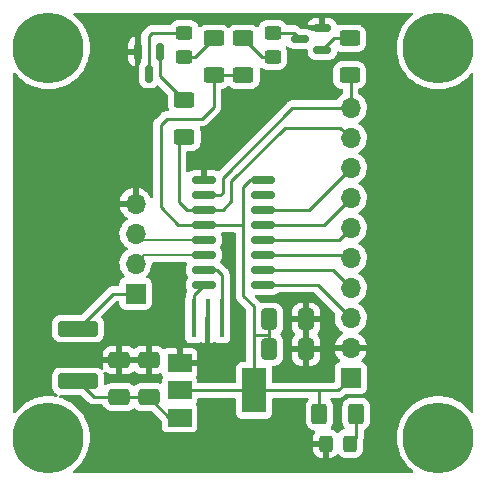
<source format=gbr>
%TF.GenerationSoftware,KiCad,Pcbnew,(6.0.4)*%
%TF.CreationDate,2022-07-17T16:31:28+02:00*%
%TF.ProjectId,usb_usart_CH340_full_3v3,7573625f-7573-4617-9274-5f4348333430,rev?*%
%TF.SameCoordinates,PX47868c0PY2faf080*%
%TF.FileFunction,Copper,L1,Top*%
%TF.FilePolarity,Positive*%
%FSLAX46Y46*%
G04 Gerber Fmt 4.6, Leading zero omitted, Abs format (unit mm)*
G04 Created by KiCad (PCBNEW (6.0.4)) date 2022-07-17 16:31:28*
%MOMM*%
%LPD*%
G01*
G04 APERTURE LIST*
G04 Aperture macros list*
%AMRoundRect*
0 Rectangle with rounded corners*
0 $1 Rounding radius*
0 $2 $3 $4 $5 $6 $7 $8 $9 X,Y pos of 4 corners*
0 Add a 4 corners polygon primitive as box body*
4,1,4,$2,$3,$4,$5,$6,$7,$8,$9,$2,$3,0*
0 Add four circle primitives for the rounded corners*
1,1,$1+$1,$2,$3*
1,1,$1+$1,$4,$5*
1,1,$1+$1,$6,$7*
1,1,$1+$1,$8,$9*
0 Add four rect primitives between the rounded corners*
20,1,$1+$1,$2,$3,$4,$5,0*
20,1,$1+$1,$4,$5,$6,$7,0*
20,1,$1+$1,$6,$7,$8,$9,0*
20,1,$1+$1,$8,$9,$2,$3,0*%
G04 Aperture macros list end*
%TA.AperFunction,ConnectorPad*%
%ADD10C,6.000000*%
%TD*%
%TA.AperFunction,ComponentPad*%
%ADD11C,3.400000*%
%TD*%
%TA.AperFunction,SMDPad,CuDef*%
%ADD12RoundRect,0.150000X-0.850000X-0.150000X0.850000X-0.150000X0.850000X0.150000X-0.850000X0.150000X0*%
%TD*%
%TA.AperFunction,SMDPad,CuDef*%
%ADD13RoundRect,0.250000X0.650000X-0.412500X0.650000X0.412500X-0.650000X0.412500X-0.650000X-0.412500X0*%
%TD*%
%TA.AperFunction,SMDPad,CuDef*%
%ADD14RoundRect,0.250000X0.625000X-0.400000X0.625000X0.400000X-0.625000X0.400000X-0.625000X-0.400000X0*%
%TD*%
%TA.AperFunction,SMDPad,CuDef*%
%ADD15RoundRect,0.250000X-0.625000X0.400000X-0.625000X-0.400000X0.625000X-0.400000X0.625000X0.400000X0*%
%TD*%
%TA.AperFunction,ComponentPad*%
%ADD16R,1.700000X1.700000*%
%TD*%
%TA.AperFunction,ComponentPad*%
%ADD17O,1.700000X1.700000*%
%TD*%
%TA.AperFunction,SMDPad,CuDef*%
%ADD18RoundRect,0.150000X0.587500X0.150000X-0.587500X0.150000X-0.587500X-0.150000X0.587500X-0.150000X0*%
%TD*%
%TA.AperFunction,SMDPad,CuDef*%
%ADD19R,0.400000X3.200000*%
%TD*%
%TA.AperFunction,SMDPad,CuDef*%
%ADD20RoundRect,0.250000X-0.400000X-0.625000X0.400000X-0.625000X0.400000X0.625000X-0.400000X0.625000X0*%
%TD*%
%TA.AperFunction,SMDPad,CuDef*%
%ADD21RoundRect,0.250000X-0.450000X0.325000X-0.450000X-0.325000X0.450000X-0.325000X0.450000X0.325000X0*%
%TD*%
%TA.AperFunction,SMDPad,CuDef*%
%ADD22RoundRect,0.250000X-0.325000X-0.450000X0.325000X-0.450000X0.325000X0.450000X-0.325000X0.450000X0*%
%TD*%
%TA.AperFunction,SMDPad,CuDef*%
%ADD23RoundRect,0.250000X-0.412500X-0.650000X0.412500X-0.650000X0.412500X0.650000X-0.412500X0.650000X0*%
%TD*%
%TA.AperFunction,SMDPad,CuDef*%
%ADD24RoundRect,0.150000X-0.150000X0.587500X-0.150000X-0.587500X0.150000X-0.587500X0.150000X0.587500X0*%
%TD*%
%TA.AperFunction,SMDPad,CuDef*%
%ADD25R,2.000000X1.500000*%
%TD*%
%TA.AperFunction,SMDPad,CuDef*%
%ADD26R,2.000000X3.800000*%
%TD*%
%TA.AperFunction,SMDPad,CuDef*%
%ADD27RoundRect,0.250000X-1.450000X0.400000X-1.450000X-0.400000X1.450000X-0.400000X1.450000X0.400000X0*%
%TD*%
%TA.AperFunction,Conductor*%
%ADD28C,0.250000*%
%TD*%
%TA.AperFunction,Conductor*%
%ADD29C,0.200000*%
%TD*%
G04 APERTURE END LIST*
D10*
X36500000Y-36500000D03*
D11*
X36500000Y-36500000D03*
D12*
X16652458Y-14690220D03*
X16652458Y-15960220D03*
X16652458Y-17230220D03*
X16652458Y-18500220D03*
X16652458Y-19770220D03*
X16652458Y-21040220D03*
X16652458Y-22310220D03*
X16652458Y-23580220D03*
X21652458Y-23580220D03*
X21652458Y-22310220D03*
X21652458Y-21040220D03*
X21652458Y-19770220D03*
X21652458Y-18500220D03*
X21652458Y-17230220D03*
X21652458Y-15960220D03*
X21652458Y-14690220D03*
D13*
X12000000Y-33062500D03*
X12000000Y-29937500D03*
D14*
X15000000Y-11050000D03*
X15000000Y-7950000D03*
D11*
X36500000Y-3500000D03*
D10*
X36500000Y-3500000D03*
D15*
X20000000Y-2700000D03*
X20000000Y-5800000D03*
D16*
X10875000Y-24300000D03*
D17*
X10875000Y-21760000D03*
X10875000Y-19220000D03*
X10875000Y-16680000D03*
D18*
X26687500Y-3700000D03*
X26687500Y-1800000D03*
X24812500Y-2750000D03*
D10*
X3500000Y-36500000D03*
D11*
X3500000Y-36500000D03*
D15*
X17500000Y-2700000D03*
X17500000Y-5800000D03*
D14*
X29000000Y-5800000D03*
X29000000Y-2700000D03*
D11*
X3500000Y-3500000D03*
D10*
X3500000Y-3500000D03*
D19*
X18200000Y-26401215D03*
X17000000Y-26401215D03*
X15800000Y-26401215D03*
D20*
X26450000Y-34500000D03*
X29550000Y-34500000D03*
D21*
X22500000Y-2225000D03*
X22500000Y-4275000D03*
D22*
X26975000Y-37000000D03*
X29025000Y-37000000D03*
D23*
X22187500Y-29000000D03*
X25312500Y-29000000D03*
D24*
X12950000Y-3812500D03*
X11050000Y-3812500D03*
X12000000Y-5687500D03*
D21*
X15000000Y-2225000D03*
X15000000Y-4275000D03*
D16*
X29100000Y-31450000D03*
D17*
X29100000Y-28910000D03*
X29100000Y-26370000D03*
X29100000Y-23830000D03*
X29100000Y-21290000D03*
X29100000Y-18750000D03*
X29100000Y-16210000D03*
X29100000Y-13670000D03*
X29100000Y-11130000D03*
X29100000Y-8590000D03*
D25*
X14600000Y-30200000D03*
X14600000Y-32500000D03*
D26*
X20900000Y-32500000D03*
D25*
X14600000Y-34800000D03*
D27*
X6000000Y-27275000D03*
X6000000Y-31725000D03*
D23*
X22187500Y-26500000D03*
X25312500Y-26500000D03*
D13*
X9500000Y-33062500D03*
X9500000Y-29937500D03*
D28*
X6000000Y-31725000D02*
X7337500Y-33062500D01*
X13737500Y-34800000D02*
X14600000Y-34800000D01*
X12000000Y-33062500D02*
X13737500Y-34800000D01*
X9500000Y-33062500D02*
X12000000Y-33062500D01*
X7337500Y-33062500D02*
X9500000Y-33062500D01*
X29550000Y-36475000D02*
X29550000Y-34500000D01*
X29025000Y-37000000D02*
X29550000Y-36475000D01*
D29*
X11425220Y-19770220D02*
X16652458Y-19770220D01*
X10875000Y-19220000D02*
X11425220Y-19770220D01*
X10875000Y-21760000D02*
X11594780Y-21040220D01*
X11594780Y-21040220D02*
X16652458Y-21040220D01*
D28*
X18250000Y-14500000D02*
X24160000Y-8590000D01*
X29100000Y-8590000D02*
X29100000Y-5900000D01*
X29100000Y-5900000D02*
X29000000Y-5800000D01*
X24160000Y-8590000D02*
X29100000Y-8590000D01*
X18250000Y-15750000D02*
X18250000Y-14500000D01*
X18039780Y-15960220D02*
X18250000Y-15750000D01*
X16652458Y-15960220D02*
X18039780Y-15960220D01*
X16652458Y-17230220D02*
X18269780Y-17230220D01*
X14550000Y-16550000D02*
X15230220Y-17230220D01*
X23500000Y-10250000D02*
X28220000Y-10250000D01*
X19000000Y-14750000D02*
X23500000Y-10250000D01*
X28220000Y-10250000D02*
X29100000Y-11130000D01*
X15230220Y-17230220D02*
X16652458Y-17230220D01*
X15000000Y-11050000D02*
X14550000Y-11500000D01*
X18269780Y-17230220D02*
X19000000Y-16500000D01*
X19000000Y-16500000D02*
X19000000Y-14750000D01*
X14550000Y-11500000D02*
X14550000Y-16550000D01*
X21652458Y-17230220D02*
X25539780Y-17230220D01*
X25539780Y-17230220D02*
X29100000Y-13670000D01*
X21652458Y-18500220D02*
X26809780Y-18500220D01*
X26809780Y-18500220D02*
X29100000Y-16210000D01*
X21652458Y-19770220D02*
X28079780Y-19770220D01*
X28079780Y-19770220D02*
X29100000Y-18750000D01*
X21652458Y-21040220D02*
X28850220Y-21040220D01*
X28850220Y-21040220D02*
X29100000Y-21290000D01*
X27580220Y-22310220D02*
X29100000Y-23830000D01*
X21652458Y-22310220D02*
X27580220Y-22310220D01*
X26310220Y-23580220D02*
X29100000Y-26370000D01*
X21652458Y-23580220D02*
X26310220Y-23580220D01*
X21575000Y-4275000D02*
X22500000Y-4275000D01*
X20000000Y-2700000D02*
X21575000Y-4275000D01*
X12000000Y-2500000D02*
X12275000Y-2225000D01*
X12000000Y-5687500D02*
X12000000Y-2500000D01*
X12275000Y-2225000D02*
X15000000Y-2225000D01*
X15925000Y-4275000D02*
X17500000Y-2700000D01*
X15000000Y-4275000D02*
X15925000Y-4275000D01*
X24287500Y-2225000D02*
X24812500Y-2750000D01*
X22500000Y-2225000D02*
X24287500Y-2225000D01*
X6000000Y-27275000D02*
X8975000Y-24300000D01*
X8975000Y-24300000D02*
X10875000Y-24300000D01*
X26687500Y-3700000D02*
X27687500Y-2700000D01*
X27687500Y-2700000D02*
X29000000Y-2700000D01*
X15000000Y-7950000D02*
X12950000Y-5900000D01*
X12950000Y-5900000D02*
X12950000Y-3812500D01*
X22187500Y-29000000D02*
X22187500Y-27812500D01*
X26450000Y-34500000D02*
X26450000Y-32550000D01*
X20900000Y-27850000D02*
X20900000Y-25400000D01*
X17500000Y-5800000D02*
X20000000Y-5800000D01*
X26450000Y-32550000D02*
X26500000Y-32500000D01*
X16500000Y-9500000D02*
X13500000Y-9500000D01*
X13500000Y-9500000D02*
X13000000Y-10000000D01*
X22187500Y-27812500D02*
X22187500Y-26500000D01*
X13000000Y-10000000D02*
X13000000Y-17000000D01*
X17500000Y-5800000D02*
X17500000Y-8500000D01*
X13000000Y-17000000D02*
X14500220Y-18500220D01*
X22150000Y-27850000D02*
X20900000Y-27850000D01*
X22187500Y-27812500D02*
X22150000Y-27850000D01*
X20000000Y-18500000D02*
X20000000Y-15250000D01*
X20559780Y-14690220D02*
X21652458Y-14690220D01*
X14500220Y-18500220D02*
X16652458Y-18500220D01*
X26500000Y-32500000D02*
X28050000Y-32500000D01*
X28050000Y-32500000D02*
X29100000Y-31450000D01*
X20000000Y-24500000D02*
X20000000Y-18500000D01*
X20000000Y-15250000D02*
X20559780Y-14690220D01*
X20900000Y-32500000D02*
X26500000Y-32500000D01*
X20900000Y-25400000D02*
X20000000Y-24500000D01*
X19999780Y-18500220D02*
X20000000Y-18500000D01*
X17500000Y-8500000D02*
X16500000Y-9500000D01*
X20900000Y-32500000D02*
X20900000Y-27850000D01*
X14600000Y-32500000D02*
X20900000Y-32500000D01*
X16652458Y-18500220D02*
X19999780Y-18500220D01*
X17810220Y-22310220D02*
X16652458Y-22310220D01*
X18200000Y-26401215D02*
X18200000Y-22700000D01*
X18200000Y-22700000D02*
X17810220Y-22310220D01*
X15800000Y-24432678D02*
X16652458Y-23580220D01*
X15800000Y-26401215D02*
X15800000Y-24432678D01*
%TA.AperFunction,Conductor*%
G36*
X34331441Y-528502D02*
G01*
X34377934Y-582158D01*
X34388038Y-652432D01*
X34358544Y-717012D01*
X34342614Y-732420D01*
X34149133Y-889098D01*
X33889098Y-1149133D01*
X33657668Y-1434925D01*
X33655866Y-1437700D01*
X33462940Y-1734782D01*
X33457380Y-1743343D01*
X33455885Y-1746277D01*
X33455881Y-1746284D01*
X33322530Y-2008000D01*
X33290427Y-2071006D01*
X33158639Y-2414326D01*
X33063459Y-2769541D01*
X33047311Y-2871498D01*
X33007767Y-3121169D01*
X33005931Y-3132759D01*
X32986685Y-3500000D01*
X33005931Y-3867241D01*
X33006444Y-3870481D01*
X33006445Y-3870489D01*
X33010541Y-3896350D01*
X33063459Y-4230459D01*
X33158639Y-4585674D01*
X33159824Y-4588762D01*
X33159825Y-4588764D01*
X33192350Y-4673495D01*
X33290427Y-4928994D01*
X33291925Y-4931934D01*
X33454996Y-5251978D01*
X33457380Y-5256657D01*
X33459176Y-5259423D01*
X33459178Y-5259426D01*
X33523298Y-5358163D01*
X33657668Y-5565075D01*
X33889098Y-5850867D01*
X34149133Y-6110902D01*
X34434925Y-6342332D01*
X34437700Y-6344134D01*
X34722320Y-6528968D01*
X34743342Y-6542620D01*
X34746276Y-6544115D01*
X34746283Y-6544119D01*
X35016512Y-6681807D01*
X35071006Y-6709573D01*
X35414326Y-6841361D01*
X35769541Y-6936541D01*
X35929248Y-6961836D01*
X36129511Y-6993555D01*
X36129519Y-6993556D01*
X36132759Y-6994069D01*
X36500000Y-7013315D01*
X36867241Y-6994069D01*
X36870481Y-6993556D01*
X36870489Y-6993555D01*
X37070752Y-6961836D01*
X37230459Y-6936541D01*
X37585674Y-6841361D01*
X37928994Y-6709573D01*
X37983488Y-6681807D01*
X38253717Y-6544119D01*
X38253724Y-6544115D01*
X38256658Y-6542620D01*
X38277681Y-6528968D01*
X38562300Y-6344134D01*
X38565075Y-6342332D01*
X38850867Y-6110902D01*
X39110902Y-5850867D01*
X39267580Y-5657386D01*
X39325994Y-5617034D01*
X39396951Y-5614668D01*
X39457923Y-5651041D01*
X39489551Y-5714604D01*
X39491500Y-5736680D01*
X39491500Y-34263320D01*
X39471498Y-34331441D01*
X39417842Y-34377934D01*
X39347568Y-34388038D01*
X39282988Y-34358544D01*
X39267580Y-34342614D01*
X39170554Y-34222797D01*
X39110902Y-34149133D01*
X38850867Y-33889098D01*
X38565075Y-33657668D01*
X38349233Y-33517499D01*
X38259427Y-33459178D01*
X38259424Y-33459176D01*
X38256658Y-33457380D01*
X38253724Y-33455885D01*
X38253717Y-33455881D01*
X37931934Y-33291925D01*
X37928994Y-33290427D01*
X37648837Y-33182885D01*
X37588764Y-33159825D01*
X37588762Y-33159824D01*
X37585674Y-33158639D01*
X37230459Y-33063459D01*
X37000569Y-33027048D01*
X36870489Y-33006445D01*
X36870481Y-33006444D01*
X36867241Y-33005931D01*
X36500000Y-32986685D01*
X36132759Y-33005931D01*
X36129519Y-33006444D01*
X36129511Y-33006445D01*
X35999431Y-33027048D01*
X35769541Y-33063459D01*
X35414326Y-33158639D01*
X35411238Y-33159824D01*
X35411236Y-33159825D01*
X35351163Y-33182885D01*
X35071006Y-33290427D01*
X35068066Y-33291925D01*
X34746284Y-33455881D01*
X34746277Y-33455885D01*
X34743343Y-33457380D01*
X34740577Y-33459176D01*
X34740574Y-33459178D01*
X34671720Y-33503892D01*
X34434925Y-33657668D01*
X34149133Y-33889098D01*
X33889098Y-34149133D01*
X33657668Y-34434925D01*
X33608709Y-34510316D01*
X33515471Y-34653891D01*
X33457380Y-34743343D01*
X33455885Y-34746277D01*
X33455881Y-34746284D01*
X33291925Y-35068066D01*
X33290427Y-35071006D01*
X33158639Y-35414326D01*
X33063459Y-35769541D01*
X33033815Y-35956704D01*
X33013809Y-36083021D01*
X33005931Y-36132759D01*
X32986685Y-36500000D01*
X33005931Y-36867241D01*
X33006444Y-36870481D01*
X33006445Y-36870489D01*
X33032888Y-37037442D01*
X33063459Y-37230459D01*
X33158639Y-37585674D01*
X33290427Y-37928994D01*
X33291925Y-37931934D01*
X33432843Y-38208500D01*
X33457380Y-38256657D01*
X33657668Y-38565075D01*
X33889098Y-38850867D01*
X34149133Y-39110902D01*
X34151708Y-39112987D01*
X34342614Y-39267580D01*
X34382966Y-39325994D01*
X34385332Y-39396951D01*
X34348959Y-39457923D01*
X34285396Y-39489551D01*
X34263320Y-39491500D01*
X5736680Y-39491500D01*
X5668559Y-39471498D01*
X5622066Y-39417842D01*
X5611962Y-39347568D01*
X5641456Y-39282988D01*
X5657386Y-39267580D01*
X5848292Y-39112987D01*
X5850867Y-39110902D01*
X6110902Y-38850867D01*
X6342332Y-38565075D01*
X6542620Y-38256657D01*
X6567158Y-38208500D01*
X6708075Y-37931934D01*
X6709573Y-37928994D01*
X6841361Y-37585674D01*
X6865096Y-37497095D01*
X25892001Y-37497095D01*
X25892338Y-37503614D01*
X25902257Y-37599206D01*
X25905149Y-37612600D01*
X25956588Y-37766784D01*
X25962761Y-37779962D01*
X26048063Y-37917807D01*
X26057099Y-37929208D01*
X26171829Y-38043739D01*
X26183240Y-38052751D01*
X26321243Y-38137816D01*
X26334424Y-38143963D01*
X26488710Y-38195138D01*
X26502086Y-38198005D01*
X26596438Y-38207672D01*
X26602854Y-38208000D01*
X26702885Y-38208000D01*
X26718124Y-38203525D01*
X26719329Y-38202135D01*
X26721000Y-38194452D01*
X26721000Y-37272115D01*
X26716525Y-37256876D01*
X26715135Y-37255671D01*
X26707452Y-37254000D01*
X25910116Y-37254000D01*
X25894877Y-37258475D01*
X25893672Y-37259865D01*
X25892001Y-37267548D01*
X25892001Y-37497095D01*
X6865096Y-37497095D01*
X6936541Y-37230459D01*
X6967112Y-37037442D01*
X6993555Y-36870489D01*
X6993556Y-36870481D01*
X6994069Y-36867241D01*
X7013315Y-36500000D01*
X6994069Y-36132759D01*
X6986192Y-36083021D01*
X6966185Y-35956704D01*
X6936541Y-35769541D01*
X6841361Y-35414326D01*
X6709573Y-35071006D01*
X6708075Y-35068066D01*
X6544119Y-34746284D01*
X6544115Y-34746277D01*
X6542620Y-34743343D01*
X6484530Y-34653891D01*
X6391291Y-34510316D01*
X6342332Y-34434925D01*
X6110902Y-34149133D01*
X5850867Y-33889098D01*
X5565075Y-33657668D01*
X5349233Y-33517499D01*
X5259427Y-33459178D01*
X5259424Y-33459176D01*
X5256658Y-33457380D01*
X5253724Y-33455885D01*
X5253717Y-33455881D01*
X4931934Y-33291925D01*
X4928994Y-33290427D01*
X4648837Y-33182885D01*
X4588764Y-33159825D01*
X4588762Y-33159824D01*
X4585674Y-33158639D01*
X4483297Y-33131207D01*
X4422674Y-33094255D01*
X4391653Y-33030394D01*
X4400081Y-32959900D01*
X4445284Y-32905153D01*
X4515908Y-32883500D01*
X6210406Y-32883500D01*
X6278527Y-32903502D01*
X6299501Y-32920405D01*
X6833843Y-33454747D01*
X6841387Y-33463037D01*
X6845500Y-33469518D01*
X6851277Y-33474943D01*
X6895167Y-33516158D01*
X6898009Y-33518913D01*
X6917731Y-33538635D01*
X6920855Y-33541058D01*
X6920859Y-33541062D01*
X6920924Y-33541112D01*
X6929945Y-33548817D01*
X6962179Y-33579086D01*
X6969127Y-33582905D01*
X6969129Y-33582907D01*
X6979932Y-33588846D01*
X6996459Y-33599702D01*
X7006198Y-33607257D01*
X7006200Y-33607258D01*
X7012460Y-33612114D01*
X7053040Y-33629674D01*
X7063688Y-33634891D01*
X7102440Y-33656195D01*
X7110116Y-33658166D01*
X7110119Y-33658167D01*
X7122062Y-33661233D01*
X7140767Y-33667637D01*
X7159355Y-33675681D01*
X7167178Y-33676920D01*
X7167188Y-33676923D01*
X7203024Y-33682599D01*
X7214644Y-33685005D01*
X7249789Y-33694028D01*
X7257470Y-33696000D01*
X7277724Y-33696000D01*
X7297434Y-33697551D01*
X7317443Y-33700720D01*
X7325335Y-33699974D01*
X7361461Y-33696559D01*
X7373319Y-33696000D01*
X8033314Y-33696000D01*
X8101435Y-33716002D01*
X8147928Y-33769658D01*
X8152835Y-33782115D01*
X8158450Y-33798946D01*
X8162301Y-33805170D01*
X8162302Y-33805171D01*
X8238126Y-33927700D01*
X8251522Y-33949348D01*
X8376697Y-34074305D01*
X8382927Y-34078145D01*
X8382928Y-34078146D01*
X8520090Y-34162694D01*
X8527262Y-34167115D01*
X8607005Y-34193564D01*
X8688611Y-34220632D01*
X8688613Y-34220632D01*
X8695139Y-34222797D01*
X8701975Y-34223497D01*
X8701978Y-34223498D01*
X8745031Y-34227909D01*
X8799600Y-34233500D01*
X10200400Y-34233500D01*
X10203646Y-34233163D01*
X10203650Y-34233163D01*
X10299308Y-34223238D01*
X10299312Y-34223237D01*
X10306166Y-34222526D01*
X10312702Y-34220345D01*
X10312704Y-34220345D01*
X10444806Y-34176272D01*
X10473946Y-34166550D01*
X10624348Y-34073478D01*
X10629521Y-34068296D01*
X10629526Y-34068292D01*
X10660871Y-34036892D01*
X10723153Y-34002812D01*
X10793973Y-34007815D01*
X10839061Y-34036735D01*
X10869951Y-34067571D01*
X10876697Y-34074305D01*
X10882927Y-34078145D01*
X10882928Y-34078146D01*
X11020090Y-34162694D01*
X11027262Y-34167115D01*
X11107005Y-34193564D01*
X11188611Y-34220632D01*
X11188613Y-34220632D01*
X11195139Y-34222797D01*
X11201975Y-34223497D01*
X11201978Y-34223498D01*
X11245031Y-34227909D01*
X11299600Y-34233500D01*
X12222905Y-34233500D01*
X12291026Y-34253502D01*
X12312001Y-34270405D01*
X13054596Y-35013001D01*
X13088621Y-35075313D01*
X13091500Y-35102096D01*
X13091500Y-35598134D01*
X13098255Y-35660316D01*
X13149385Y-35796705D01*
X13236739Y-35913261D01*
X13353295Y-36000615D01*
X13489684Y-36051745D01*
X13551866Y-36058500D01*
X15648134Y-36058500D01*
X15710316Y-36051745D01*
X15846705Y-36000615D01*
X15963261Y-35913261D01*
X16050615Y-35796705D01*
X16101745Y-35660316D01*
X16108500Y-35598134D01*
X16108500Y-34001866D01*
X16101745Y-33939684D01*
X16050615Y-33803295D01*
X16045229Y-33796108D01*
X15992360Y-33725565D01*
X15967512Y-33659058D01*
X15982565Y-33589676D01*
X15992360Y-33574435D01*
X16045229Y-33503892D01*
X16045230Y-33503890D01*
X16050615Y-33496705D01*
X16101745Y-33360316D01*
X16108500Y-33298134D01*
X16108500Y-33259500D01*
X16128502Y-33191379D01*
X16182158Y-33144886D01*
X16234500Y-33133500D01*
X19265500Y-33133500D01*
X19333621Y-33153502D01*
X19380114Y-33207158D01*
X19391500Y-33259500D01*
X19391500Y-34448134D01*
X19398255Y-34510316D01*
X19449385Y-34646705D01*
X19536739Y-34763261D01*
X19653295Y-34850615D01*
X19789684Y-34901745D01*
X19851866Y-34908500D01*
X21948134Y-34908500D01*
X22010316Y-34901745D01*
X22146705Y-34850615D01*
X22263261Y-34763261D01*
X22350615Y-34646705D01*
X22401745Y-34510316D01*
X22408500Y-34448134D01*
X22408500Y-33259500D01*
X22428502Y-33191379D01*
X22482158Y-33144886D01*
X22534500Y-33133500D01*
X25414608Y-33133500D01*
X25482729Y-33153502D01*
X25529222Y-33207158D01*
X25539326Y-33277432D01*
X25509832Y-33342012D01*
X25503781Y-33348517D01*
X25455870Y-33396512D01*
X25455866Y-33396517D01*
X25450695Y-33401697D01*
X25446855Y-33407927D01*
X25446854Y-33407928D01*
X25368013Y-33535832D01*
X25357885Y-33552262D01*
X25344167Y-33593622D01*
X25310210Y-33696000D01*
X25302203Y-33720139D01*
X25291500Y-33824600D01*
X25291500Y-35175400D01*
X25302474Y-35281166D01*
X25358450Y-35448946D01*
X25451522Y-35599348D01*
X25576697Y-35724305D01*
X25582927Y-35728145D01*
X25582928Y-35728146D01*
X25720090Y-35812694D01*
X25727262Y-35817115D01*
X25807005Y-35843564D01*
X25888611Y-35870632D01*
X25888613Y-35870632D01*
X25895139Y-35872797D01*
X25901977Y-35873498D01*
X25901979Y-35873498D01*
X25923537Y-35875707D01*
X25961384Y-35879584D01*
X26027110Y-35906425D01*
X26067892Y-35964540D01*
X26070781Y-36035477D01*
X26050542Y-36076671D01*
X26051090Y-36077009D01*
X26047571Y-36082719D01*
X26047422Y-36083021D01*
X26047250Y-36083239D01*
X25962184Y-36221243D01*
X25956037Y-36234424D01*
X25904862Y-36388710D01*
X25901995Y-36402086D01*
X25892328Y-36496438D01*
X25892000Y-36502855D01*
X25892000Y-36727885D01*
X25896475Y-36743124D01*
X25897865Y-36744329D01*
X25905548Y-36746000D01*
X27103000Y-36746000D01*
X27171121Y-36766002D01*
X27217614Y-36819658D01*
X27229000Y-36872000D01*
X27229000Y-38189884D01*
X27233475Y-38205123D01*
X27234865Y-38206328D01*
X27242548Y-38207999D01*
X27347095Y-38207999D01*
X27353614Y-38207662D01*
X27449206Y-38197743D01*
X27462600Y-38194851D01*
X27616784Y-38143412D01*
X27629962Y-38137239D01*
X27767807Y-38051937D01*
X27779208Y-38042901D01*
X27893738Y-37928172D01*
X27900794Y-37919238D01*
X27958712Y-37878177D01*
X28029635Y-37874947D01*
X28091046Y-37910574D01*
X28097846Y-37918407D01*
X28101522Y-37924348D01*
X28226697Y-38049305D01*
X28232927Y-38053145D01*
X28232928Y-38053146D01*
X28370288Y-38137816D01*
X28377262Y-38142115D01*
X28457005Y-38168564D01*
X28538611Y-38195632D01*
X28538613Y-38195632D01*
X28545139Y-38197797D01*
X28551975Y-38198497D01*
X28551978Y-38198498D01*
X28595031Y-38202909D01*
X28649600Y-38208500D01*
X29400400Y-38208500D01*
X29403646Y-38208163D01*
X29403650Y-38208163D01*
X29499308Y-38198238D01*
X29499312Y-38198237D01*
X29506166Y-38197526D01*
X29512702Y-38195345D01*
X29512704Y-38195345D01*
X29644806Y-38151272D01*
X29673946Y-38141550D01*
X29824348Y-38048478D01*
X29949305Y-37923303D01*
X30042115Y-37772738D01*
X30097797Y-37604861D01*
X30099447Y-37588764D01*
X30102909Y-37554969D01*
X30108500Y-37500400D01*
X30108500Y-36806431D01*
X30124085Y-36745731D01*
X30139877Y-36717005D01*
X30143695Y-36710060D01*
X30148733Y-36690437D01*
X30155137Y-36671734D01*
X30160033Y-36660420D01*
X30160033Y-36660419D01*
X30163181Y-36653145D01*
X30164420Y-36645322D01*
X30164423Y-36645312D01*
X30170099Y-36609476D01*
X30172505Y-36597856D01*
X30181528Y-36562711D01*
X30181528Y-36562710D01*
X30183500Y-36555030D01*
X30183500Y-36534776D01*
X30185051Y-36515065D01*
X30186980Y-36502886D01*
X30188220Y-36495057D01*
X30184059Y-36451038D01*
X30183500Y-36439181D01*
X30183500Y-35937516D01*
X30203502Y-35869395D01*
X30257158Y-35822902D01*
X30264874Y-35819863D01*
X30266997Y-35818868D01*
X30273946Y-35816550D01*
X30424348Y-35723478D01*
X30549305Y-35598303D01*
X30642115Y-35447738D01*
X30697797Y-35279861D01*
X30708500Y-35175400D01*
X30708500Y-33824600D01*
X30706484Y-33805171D01*
X30698238Y-33725692D01*
X30698237Y-33725688D01*
X30697526Y-33718834D01*
X30690426Y-33697551D01*
X30643868Y-33558002D01*
X30641550Y-33551054D01*
X30548478Y-33400652D01*
X30423303Y-33275695D01*
X30397030Y-33259500D01*
X30278968Y-33186725D01*
X30278966Y-33186724D01*
X30272738Y-33182885D01*
X30192995Y-33156436D01*
X30111389Y-33129368D01*
X30111387Y-33129368D01*
X30104861Y-33127203D01*
X30098025Y-33126503D01*
X30098022Y-33126502D01*
X30054969Y-33122091D01*
X30000400Y-33116500D01*
X29099600Y-33116500D01*
X29096354Y-33116837D01*
X29096350Y-33116837D01*
X29000692Y-33126762D01*
X29000688Y-33126763D01*
X28993834Y-33127474D01*
X28987298Y-33129655D01*
X28987296Y-33129655D01*
X28855194Y-33173728D01*
X28826054Y-33183450D01*
X28675652Y-33276522D01*
X28550695Y-33401697D01*
X28546855Y-33407927D01*
X28546854Y-33407928D01*
X28468013Y-33535832D01*
X28457885Y-33552262D01*
X28444167Y-33593622D01*
X28410210Y-33696000D01*
X28402203Y-33720139D01*
X28391500Y-33824600D01*
X28391500Y-35175400D01*
X28402474Y-35281166D01*
X28458450Y-35448946D01*
X28551522Y-35599348D01*
X28556703Y-35604520D01*
X28557721Y-35605536D01*
X28558195Y-35606402D01*
X28561251Y-35610258D01*
X28560591Y-35610781D01*
X28591802Y-35667818D01*
X28586800Y-35738639D01*
X28544304Y-35795512D01*
X28508582Y-35814234D01*
X28383007Y-35856130D01*
X28383005Y-35856131D01*
X28376054Y-35858450D01*
X28225652Y-35951522D01*
X28100695Y-36076697D01*
X28097898Y-36081235D01*
X28040647Y-36121824D01*
X27969724Y-36125054D01*
X27908313Y-36089428D01*
X27900938Y-36080932D01*
X27892902Y-36070793D01*
X27778171Y-35956261D01*
X27766760Y-35947249D01*
X27628757Y-35862184D01*
X27615576Y-35856037D01*
X27491016Y-35814722D01*
X27432657Y-35774291D01*
X27405420Y-35708727D01*
X27417954Y-35638845D01*
X27441509Y-35606114D01*
X27444129Y-35603489D01*
X27444134Y-35603483D01*
X27449305Y-35598303D01*
X27542115Y-35447738D01*
X27597797Y-35279861D01*
X27608500Y-35175400D01*
X27608500Y-33824600D01*
X27606484Y-33805171D01*
X27598238Y-33725692D01*
X27598237Y-33725688D01*
X27597526Y-33718834D01*
X27590426Y-33697551D01*
X27543868Y-33558002D01*
X27541550Y-33551054D01*
X27448478Y-33400652D01*
X27443296Y-33395479D01*
X27443292Y-33395474D01*
X27396409Y-33348673D01*
X27362329Y-33286391D01*
X27367332Y-33215571D01*
X27409829Y-33158698D01*
X27476327Y-33133829D01*
X27485426Y-33133500D01*
X27971233Y-33133500D01*
X27982416Y-33134027D01*
X27989909Y-33135702D01*
X27997835Y-33135453D01*
X27997836Y-33135453D01*
X28057986Y-33133562D01*
X28061945Y-33133500D01*
X28089856Y-33133500D01*
X28093791Y-33133003D01*
X28093856Y-33132995D01*
X28105693Y-33132062D01*
X28137951Y-33131048D01*
X28141970Y-33130922D01*
X28149889Y-33130673D01*
X28169343Y-33125021D01*
X28188700Y-33121013D01*
X28200930Y-33119468D01*
X28200931Y-33119468D01*
X28208797Y-33118474D01*
X28216168Y-33115555D01*
X28216170Y-33115555D01*
X28249912Y-33102196D01*
X28261142Y-33098351D01*
X28295983Y-33088229D01*
X28295984Y-33088229D01*
X28303593Y-33086018D01*
X28310412Y-33081985D01*
X28310417Y-33081983D01*
X28321028Y-33075707D01*
X28338776Y-33067012D01*
X28357617Y-33059552D01*
X28393387Y-33033564D01*
X28403307Y-33027048D01*
X28434535Y-33008580D01*
X28434538Y-33008578D01*
X28441362Y-33004542D01*
X28455683Y-32990221D01*
X28470717Y-32977380D01*
X28480694Y-32970131D01*
X28487107Y-32965472D01*
X28515298Y-32931395D01*
X28523288Y-32922616D01*
X28600499Y-32845405D01*
X28662811Y-32811379D01*
X28689594Y-32808500D01*
X29998134Y-32808500D01*
X30060316Y-32801745D01*
X30196705Y-32750615D01*
X30313261Y-32663261D01*
X30400615Y-32546705D01*
X30451745Y-32410316D01*
X30458500Y-32348134D01*
X30458500Y-30551866D01*
X30451745Y-30489684D01*
X30400615Y-30353295D01*
X30313261Y-30236739D01*
X30196705Y-30149385D01*
X30140117Y-30128171D01*
X30077687Y-30104767D01*
X30020923Y-30062125D01*
X29996223Y-29995564D01*
X30011430Y-29926215D01*
X30032977Y-29897535D01*
X30134052Y-29796812D01*
X30140730Y-29788965D01*
X30265003Y-29616020D01*
X30270313Y-29607183D01*
X30364670Y-29416267D01*
X30368469Y-29406672D01*
X30430377Y-29202910D01*
X30432555Y-29192837D01*
X30433986Y-29181962D01*
X30431775Y-29167778D01*
X30418617Y-29164000D01*
X27783225Y-29164000D01*
X27769694Y-29167973D01*
X27768257Y-29177966D01*
X27798565Y-29312446D01*
X27801645Y-29322275D01*
X27881770Y-29519603D01*
X27886413Y-29528794D01*
X27997694Y-29710388D01*
X28003777Y-29718699D01*
X28143213Y-29879667D01*
X28150577Y-29886879D01*
X28155522Y-29890985D01*
X28195156Y-29949889D01*
X28196653Y-30020870D01*
X28159537Y-30081392D01*
X28119264Y-30105910D01*
X28011705Y-30146232D01*
X28011704Y-30146233D01*
X28003295Y-30149385D01*
X27886739Y-30236739D01*
X27799385Y-30353295D01*
X27748255Y-30489684D01*
X27741500Y-30551866D01*
X27741500Y-31740500D01*
X27721498Y-31808621D01*
X27667842Y-31855114D01*
X27615500Y-31866500D01*
X26578768Y-31866500D01*
X26567585Y-31865973D01*
X26560092Y-31864298D01*
X26552166Y-31864547D01*
X26552165Y-31864547D01*
X26492002Y-31866438D01*
X26488044Y-31866500D01*
X22534500Y-31866500D01*
X22466379Y-31846498D01*
X22419886Y-31792842D01*
X22408500Y-31740500D01*
X22408500Y-30551866D01*
X22408091Y-30548100D01*
X22408106Y-30548014D01*
X22407947Y-30545072D01*
X22408641Y-30545034D01*
X22420624Y-30478218D01*
X22468948Y-30426205D01*
X22533355Y-30408500D01*
X22650400Y-30408500D01*
X22653646Y-30408163D01*
X22653650Y-30408163D01*
X22749308Y-30398238D01*
X22749312Y-30398237D01*
X22756166Y-30397526D01*
X22762702Y-30395345D01*
X22762704Y-30395345D01*
X22916998Y-30343868D01*
X22923946Y-30341550D01*
X23074348Y-30248478D01*
X23199305Y-30123303D01*
X23218909Y-30091500D01*
X23288275Y-29978968D01*
X23288276Y-29978966D01*
X23292115Y-29972738D01*
X23347797Y-29804861D01*
X23358500Y-29700400D01*
X23358500Y-29697095D01*
X24142001Y-29697095D01*
X24142338Y-29703614D01*
X24152257Y-29799206D01*
X24155149Y-29812600D01*
X24206588Y-29966784D01*
X24212761Y-29979962D01*
X24298063Y-30117807D01*
X24307099Y-30129208D01*
X24421829Y-30243739D01*
X24433240Y-30252751D01*
X24571243Y-30337816D01*
X24584424Y-30343963D01*
X24738710Y-30395138D01*
X24752086Y-30398005D01*
X24846438Y-30407672D01*
X24852854Y-30408000D01*
X25040385Y-30408000D01*
X25055624Y-30403525D01*
X25056829Y-30402135D01*
X25058500Y-30394452D01*
X25058500Y-30389884D01*
X25566500Y-30389884D01*
X25570975Y-30405123D01*
X25572365Y-30406328D01*
X25580048Y-30407999D01*
X25772095Y-30407999D01*
X25778614Y-30407662D01*
X25874206Y-30397743D01*
X25887600Y-30394851D01*
X26041784Y-30343412D01*
X26054962Y-30337239D01*
X26192807Y-30251937D01*
X26204208Y-30242901D01*
X26318739Y-30128171D01*
X26327751Y-30116760D01*
X26412816Y-29978757D01*
X26418963Y-29965576D01*
X26470138Y-29811290D01*
X26473005Y-29797914D01*
X26482672Y-29703562D01*
X26483000Y-29697146D01*
X26483000Y-29272115D01*
X26478525Y-29256876D01*
X26477135Y-29255671D01*
X26469452Y-29254000D01*
X25584615Y-29254000D01*
X25569376Y-29258475D01*
X25568171Y-29259865D01*
X25566500Y-29267548D01*
X25566500Y-30389884D01*
X25058500Y-30389884D01*
X25058500Y-29272115D01*
X25054025Y-29256876D01*
X25052635Y-29255671D01*
X25044952Y-29254000D01*
X24160116Y-29254000D01*
X24144877Y-29258475D01*
X24143672Y-29259865D01*
X24142001Y-29267548D01*
X24142001Y-29697095D01*
X23358500Y-29697095D01*
X23358500Y-28727885D01*
X24142000Y-28727885D01*
X24146475Y-28743124D01*
X24147865Y-28744329D01*
X24155548Y-28746000D01*
X25040385Y-28746000D01*
X25055624Y-28741525D01*
X25056829Y-28740135D01*
X25058500Y-28732452D01*
X25058500Y-28727885D01*
X25566500Y-28727885D01*
X25570975Y-28743124D01*
X25572365Y-28744329D01*
X25580048Y-28746000D01*
X26464884Y-28746000D01*
X26480123Y-28741525D01*
X26481328Y-28740135D01*
X26482999Y-28732452D01*
X26482999Y-28302905D01*
X26482662Y-28296386D01*
X26472743Y-28200794D01*
X26469851Y-28187400D01*
X26418412Y-28033216D01*
X26412239Y-28020038D01*
X26326937Y-27882193D01*
X26317901Y-27870792D01*
X26286183Y-27839129D01*
X26252104Y-27776846D01*
X26257107Y-27706026D01*
X26286029Y-27660937D01*
X26318739Y-27628171D01*
X26327751Y-27616760D01*
X26412816Y-27478757D01*
X26418963Y-27465576D01*
X26470138Y-27311290D01*
X26473005Y-27297914D01*
X26482672Y-27203562D01*
X26483000Y-27197146D01*
X26483000Y-26772115D01*
X26478525Y-26756876D01*
X26477135Y-26755671D01*
X26469452Y-26754000D01*
X25584615Y-26754000D01*
X25569376Y-26758475D01*
X25568171Y-26759865D01*
X25566500Y-26767548D01*
X25566500Y-28727885D01*
X25058500Y-28727885D01*
X25058500Y-26772115D01*
X25054025Y-26756876D01*
X25052635Y-26755671D01*
X25044952Y-26754000D01*
X24160116Y-26754000D01*
X24144877Y-26758475D01*
X24143672Y-26759865D01*
X24142001Y-26767548D01*
X24142001Y-27197095D01*
X24142338Y-27203614D01*
X24152257Y-27299206D01*
X24155149Y-27312600D01*
X24206588Y-27466784D01*
X24212761Y-27479962D01*
X24298063Y-27617807D01*
X24307099Y-27629208D01*
X24338817Y-27660871D01*
X24372896Y-27723154D01*
X24367893Y-27793974D01*
X24338971Y-27839063D01*
X24306261Y-27871829D01*
X24297249Y-27883240D01*
X24212184Y-28021243D01*
X24206037Y-28034424D01*
X24154862Y-28188710D01*
X24151995Y-28202086D01*
X24142328Y-28296438D01*
X24142000Y-28302855D01*
X24142000Y-28727885D01*
X23358500Y-28727885D01*
X23358500Y-28299600D01*
X23356190Y-28277332D01*
X23348238Y-28200692D01*
X23348237Y-28200688D01*
X23347526Y-28193834D01*
X23330607Y-28143120D01*
X23293868Y-28033002D01*
X23291550Y-28026054D01*
X23198478Y-27875652D01*
X23193296Y-27870479D01*
X23193292Y-27870474D01*
X23161892Y-27839129D01*
X23127812Y-27776847D01*
X23132815Y-27706027D01*
X23161735Y-27660939D01*
X23194133Y-27628484D01*
X23199305Y-27623303D01*
X23225127Y-27581412D01*
X23288275Y-27478968D01*
X23288276Y-27478966D01*
X23292115Y-27472738D01*
X23347797Y-27304861D01*
X23358500Y-27200400D01*
X23358500Y-26227885D01*
X24142000Y-26227885D01*
X24146475Y-26243124D01*
X24147865Y-26244329D01*
X24155548Y-26246000D01*
X25040385Y-26246000D01*
X25055624Y-26241525D01*
X25056829Y-26240135D01*
X25058500Y-26232452D01*
X25058500Y-26227885D01*
X25566500Y-26227885D01*
X25570975Y-26243124D01*
X25572365Y-26244329D01*
X25580048Y-26246000D01*
X26464884Y-26246000D01*
X26480123Y-26241525D01*
X26481328Y-26240135D01*
X26482999Y-26232452D01*
X26482999Y-25802905D01*
X26482662Y-25796386D01*
X26472743Y-25700794D01*
X26469851Y-25687400D01*
X26418412Y-25533216D01*
X26412239Y-25520038D01*
X26326937Y-25382193D01*
X26317901Y-25370792D01*
X26203171Y-25256261D01*
X26191760Y-25247249D01*
X26053757Y-25162184D01*
X26040576Y-25156037D01*
X25886290Y-25104862D01*
X25872914Y-25101995D01*
X25778562Y-25092328D01*
X25772145Y-25092000D01*
X25584615Y-25092000D01*
X25569376Y-25096475D01*
X25568171Y-25097865D01*
X25566500Y-25105548D01*
X25566500Y-26227885D01*
X25058500Y-26227885D01*
X25058500Y-25110116D01*
X25054025Y-25094877D01*
X25052635Y-25093672D01*
X25044952Y-25092001D01*
X24852905Y-25092001D01*
X24846386Y-25092338D01*
X24750794Y-25102257D01*
X24737400Y-25105149D01*
X24583216Y-25156588D01*
X24570038Y-25162761D01*
X24432193Y-25248063D01*
X24420792Y-25257099D01*
X24306261Y-25371829D01*
X24297249Y-25383240D01*
X24212184Y-25521243D01*
X24206037Y-25534424D01*
X24154862Y-25688710D01*
X24151995Y-25702086D01*
X24142328Y-25796438D01*
X24142000Y-25802855D01*
X24142000Y-26227885D01*
X23358500Y-26227885D01*
X23358500Y-25799600D01*
X23349680Y-25714594D01*
X23348238Y-25700692D01*
X23348237Y-25700688D01*
X23347526Y-25693834D01*
X23332559Y-25648971D01*
X23293868Y-25533002D01*
X23291550Y-25526054D01*
X23198478Y-25375652D01*
X23073303Y-25250695D01*
X22988034Y-25198134D01*
X22928968Y-25161725D01*
X22928966Y-25161724D01*
X22922738Y-25157885D01*
X22798421Y-25116651D01*
X22761389Y-25104368D01*
X22761387Y-25104368D01*
X22754861Y-25102203D01*
X22748025Y-25101503D01*
X22748022Y-25101502D01*
X22704969Y-25097091D01*
X22650400Y-25091500D01*
X21724600Y-25091500D01*
X21721354Y-25091837D01*
X21721350Y-25091837D01*
X21692053Y-25094877D01*
X21618834Y-25102474D01*
X21584086Y-25114067D01*
X21513137Y-25116651D01*
X21452053Y-25080467D01*
X21442272Y-25068599D01*
X21433571Y-25056622D01*
X21427057Y-25046707D01*
X21408575Y-25015457D01*
X21404542Y-25008637D01*
X21390218Y-24994313D01*
X21377376Y-24979278D01*
X21373024Y-24973288D01*
X21365472Y-24962893D01*
X21331406Y-24934711D01*
X21322627Y-24926722D01*
X20999720Y-24603815D01*
X20965694Y-24541503D01*
X20970759Y-24470688D01*
X21013306Y-24413852D01*
X21079826Y-24389041D01*
X21088815Y-24388720D01*
X22568960Y-24388720D01*
X22571408Y-24388527D01*
X22571416Y-24388527D01*
X22599879Y-24386287D01*
X22599884Y-24386286D01*
X22606289Y-24385782D01*
X22746777Y-24344967D01*
X22758446Y-24341577D01*
X22758448Y-24341576D01*
X22766059Y-24339365D01*
X22794869Y-24322327D01*
X22902438Y-24258711D01*
X22902441Y-24258709D01*
X22909265Y-24254673D01*
X22914873Y-24249065D01*
X22921133Y-24244209D01*
X22922302Y-24245716D01*
X22975625Y-24216599D01*
X23002408Y-24213720D01*
X25995626Y-24213720D01*
X26063747Y-24233722D01*
X26084721Y-24250625D01*
X27749778Y-25915682D01*
X27783804Y-25977994D01*
X27782100Y-26038448D01*
X27760989Y-26114570D01*
X27760441Y-26119700D01*
X27760440Y-26119704D01*
X27753876Y-26181132D01*
X27737251Y-26336695D01*
X27737548Y-26341848D01*
X27737548Y-26341851D01*
X27743011Y-26436590D01*
X27750110Y-26559715D01*
X27751247Y-26564761D01*
X27751248Y-26564767D01*
X27771119Y-26652939D01*
X27799222Y-26777639D01*
X27883266Y-26984616D01*
X27999987Y-27175088D01*
X28146250Y-27343938D01*
X28222846Y-27407529D01*
X28308641Y-27478757D01*
X28318126Y-27486632D01*
X28391955Y-27529774D01*
X28440679Y-27581412D01*
X28453750Y-27651195D01*
X28427019Y-27716967D01*
X28386562Y-27750327D01*
X28378457Y-27754546D01*
X28369738Y-27760036D01*
X28199433Y-27887905D01*
X28191726Y-27894748D01*
X28044590Y-28048717D01*
X28038104Y-28056727D01*
X27918098Y-28232649D01*
X27913000Y-28241623D01*
X27823338Y-28434783D01*
X27819775Y-28444470D01*
X27764389Y-28644183D01*
X27765912Y-28652607D01*
X27778292Y-28656000D01*
X30418344Y-28656000D01*
X30431875Y-28652027D01*
X30433180Y-28642947D01*
X30391214Y-28475875D01*
X30387894Y-28466124D01*
X30302972Y-28270814D01*
X30298105Y-28261739D01*
X30182426Y-28082926D01*
X30176136Y-28074757D01*
X30032806Y-27917240D01*
X30025273Y-27910215D01*
X29858139Y-27778222D01*
X29849556Y-27772520D01*
X29812602Y-27752120D01*
X29762631Y-27701687D01*
X29747859Y-27632245D01*
X29772975Y-27565839D01*
X29800327Y-27539232D01*
X29823797Y-27522491D01*
X29979860Y-27411173D01*
X30138096Y-27253489D01*
X30197594Y-27170689D01*
X30265435Y-27076277D01*
X30268453Y-27072077D01*
X30367430Y-26871811D01*
X30411434Y-26726978D01*
X30430865Y-26663023D01*
X30430865Y-26663021D01*
X30432370Y-26658069D01*
X30461529Y-26436590D01*
X30462508Y-26396517D01*
X30463074Y-26373365D01*
X30463074Y-26373361D01*
X30463156Y-26370000D01*
X30444852Y-26147361D01*
X30390431Y-25930702D01*
X30301354Y-25725840D01*
X30251625Y-25648971D01*
X30182822Y-25542617D01*
X30182820Y-25542614D01*
X30180014Y-25538277D01*
X30029670Y-25373051D01*
X30025619Y-25369852D01*
X30025615Y-25369848D01*
X29858414Y-25237800D01*
X29858410Y-25237798D01*
X29854359Y-25234598D01*
X29813053Y-25211796D01*
X29763084Y-25161364D01*
X29748312Y-25091921D01*
X29773428Y-25025516D01*
X29800780Y-24998909D01*
X29896414Y-24930694D01*
X29979860Y-24871173D01*
X30002922Y-24848192D01*
X30094936Y-24756498D01*
X30138096Y-24713489D01*
X30148684Y-24698755D01*
X30265435Y-24536277D01*
X30268453Y-24532077D01*
X30280360Y-24507986D01*
X30365136Y-24336453D01*
X30365137Y-24336451D01*
X30367430Y-24331811D01*
X30421270Y-24154604D01*
X30430865Y-24123023D01*
X30430865Y-24123021D01*
X30432370Y-24118069D01*
X30461529Y-23896590D01*
X30462101Y-23873167D01*
X30463074Y-23833365D01*
X30463074Y-23833361D01*
X30463156Y-23830000D01*
X30444852Y-23607361D01*
X30390431Y-23390702D01*
X30301354Y-23185840D01*
X30233762Y-23081358D01*
X30182822Y-23002617D01*
X30182820Y-23002614D01*
X30180014Y-22998277D01*
X30029670Y-22833051D01*
X30025619Y-22829852D01*
X30025615Y-22829848D01*
X29858414Y-22697800D01*
X29858410Y-22697798D01*
X29854359Y-22694598D01*
X29813053Y-22671796D01*
X29763084Y-22621364D01*
X29748312Y-22551921D01*
X29773428Y-22485516D01*
X29800780Y-22458909D01*
X29867640Y-22411218D01*
X29979860Y-22331173D01*
X30138096Y-22173489D01*
X30145924Y-22162596D01*
X30265435Y-21996277D01*
X30268453Y-21992077D01*
X30289390Y-21949715D01*
X30365136Y-21796453D01*
X30365137Y-21796451D01*
X30367430Y-21791811D01*
X30432370Y-21578069D01*
X30461529Y-21356590D01*
X30463156Y-21290000D01*
X30444852Y-21067361D01*
X30390431Y-20850702D01*
X30301354Y-20645840D01*
X30180014Y-20458277D01*
X30029670Y-20293051D01*
X30025619Y-20289852D01*
X30025615Y-20289848D01*
X29858414Y-20157800D01*
X29858410Y-20157798D01*
X29854359Y-20154598D01*
X29813053Y-20131796D01*
X29763084Y-20081364D01*
X29748312Y-20011921D01*
X29773428Y-19945516D01*
X29800780Y-19918909D01*
X29844603Y-19887650D01*
X29979860Y-19791173D01*
X30138096Y-19633489D01*
X30145924Y-19622596D01*
X30265435Y-19456277D01*
X30268453Y-19452077D01*
X30289390Y-19409715D01*
X30365136Y-19256453D01*
X30365137Y-19256451D01*
X30367430Y-19251811D01*
X30428796Y-19049833D01*
X30430865Y-19043023D01*
X30430865Y-19043021D01*
X30432370Y-19038069D01*
X30461529Y-18816590D01*
X30463156Y-18750000D01*
X30444852Y-18527361D01*
X30390431Y-18310702D01*
X30301354Y-18105840D01*
X30240062Y-18011097D01*
X30182822Y-17922617D01*
X30182820Y-17922614D01*
X30180014Y-17918277D01*
X30029670Y-17753051D01*
X30025619Y-17749852D01*
X30025615Y-17749848D01*
X29858414Y-17617800D01*
X29858410Y-17617798D01*
X29854359Y-17614598D01*
X29813053Y-17591796D01*
X29763084Y-17541364D01*
X29748312Y-17471921D01*
X29773428Y-17405516D01*
X29800780Y-17378909D01*
X29850580Y-17343387D01*
X29979860Y-17251173D01*
X29986557Y-17244500D01*
X30119304Y-17112215D01*
X30138096Y-17093489D01*
X30268453Y-16912077D01*
X30275316Y-16898192D01*
X30365136Y-16716453D01*
X30365137Y-16716451D01*
X30367430Y-16711811D01*
X30432370Y-16498069D01*
X30461529Y-16276590D01*
X30463156Y-16210000D01*
X30444852Y-15987361D01*
X30390431Y-15770702D01*
X30301354Y-15565840D01*
X30219685Y-15439599D01*
X30182822Y-15382617D01*
X30182820Y-15382614D01*
X30180014Y-15378277D01*
X30029670Y-15213051D01*
X30025619Y-15209852D01*
X30025615Y-15209848D01*
X29858414Y-15077800D01*
X29858410Y-15077798D01*
X29854359Y-15074598D01*
X29813053Y-15051796D01*
X29763084Y-15001364D01*
X29748312Y-14931921D01*
X29773428Y-14865516D01*
X29800780Y-14838909D01*
X29844603Y-14807650D01*
X29979860Y-14711173D01*
X30138096Y-14553489D01*
X30268453Y-14372077D01*
X30311869Y-14284232D01*
X30365136Y-14176453D01*
X30365137Y-14176451D01*
X30367430Y-14171811D01*
X30401681Y-14059079D01*
X30430865Y-13963023D01*
X30430865Y-13963021D01*
X30432370Y-13958069D01*
X30461529Y-13736590D01*
X30463156Y-13670000D01*
X30444852Y-13447361D01*
X30390431Y-13230702D01*
X30301354Y-13025840D01*
X30180014Y-12838277D01*
X30029670Y-12673051D01*
X30025619Y-12669852D01*
X30025615Y-12669848D01*
X29858414Y-12537800D01*
X29858410Y-12537798D01*
X29854359Y-12534598D01*
X29813053Y-12511796D01*
X29763084Y-12461364D01*
X29748312Y-12391921D01*
X29773428Y-12325516D01*
X29800780Y-12298909D01*
X29846385Y-12266379D01*
X29979860Y-12171173D01*
X30138096Y-12013489D01*
X30197594Y-11930689D01*
X30265435Y-11836277D01*
X30268453Y-11832077D01*
X30301214Y-11765791D01*
X30365136Y-11636453D01*
X30365137Y-11636451D01*
X30367430Y-11631811D01*
X30432370Y-11418069D01*
X30461529Y-11196590D01*
X30463156Y-11130000D01*
X30444852Y-10907361D01*
X30390431Y-10690702D01*
X30301354Y-10485840D01*
X30202479Y-10333002D01*
X30182822Y-10302617D01*
X30182820Y-10302614D01*
X30180014Y-10298277D01*
X30029670Y-10133051D01*
X30025619Y-10129852D01*
X30025615Y-10129848D01*
X29858414Y-9997800D01*
X29858410Y-9997798D01*
X29854359Y-9994598D01*
X29813053Y-9971796D01*
X29763084Y-9921364D01*
X29748312Y-9851921D01*
X29773428Y-9785516D01*
X29800780Y-9758909D01*
X29861585Y-9715537D01*
X29979860Y-9631173D01*
X29994585Y-9616500D01*
X30134435Y-9477137D01*
X30138096Y-9473489D01*
X30268453Y-9292077D01*
X30272611Y-9283665D01*
X30365136Y-9096453D01*
X30365137Y-9096451D01*
X30367430Y-9091811D01*
X30414304Y-8937531D01*
X30430865Y-8883023D01*
X30430865Y-8883021D01*
X30432370Y-8878069D01*
X30461529Y-8656590D01*
X30463156Y-8590000D01*
X30444852Y-8367361D01*
X30390431Y-8150702D01*
X30301354Y-7945840D01*
X30180014Y-7758277D01*
X30029670Y-7593051D01*
X30025619Y-7589852D01*
X30025615Y-7589848D01*
X29858414Y-7457800D01*
X29858410Y-7457798D01*
X29854359Y-7454598D01*
X29849835Y-7452101D01*
X29849831Y-7452098D01*
X29798608Y-7423822D01*
X29748636Y-7373390D01*
X29733500Y-7313513D01*
X29733500Y-7054219D01*
X29753502Y-6986098D01*
X29807158Y-6939605D01*
X29819618Y-6934697D01*
X29948946Y-6891550D01*
X30099348Y-6798478D01*
X30224305Y-6673303D01*
X30317115Y-6522738D01*
X30372797Y-6354861D01*
X30374295Y-6340246D01*
X30383172Y-6253598D01*
X30383500Y-6250400D01*
X30383500Y-5349600D01*
X30383163Y-5346350D01*
X30373238Y-5250692D01*
X30373237Y-5250688D01*
X30372526Y-5243834D01*
X30358952Y-5203146D01*
X30318868Y-5083002D01*
X30316550Y-5076054D01*
X30223478Y-4925652D01*
X30098303Y-4800695D01*
X30063987Y-4779542D01*
X29953968Y-4711725D01*
X29953966Y-4711724D01*
X29947738Y-4707885D01*
X29834184Y-4670221D01*
X29786389Y-4654368D01*
X29786387Y-4654368D01*
X29779861Y-4652203D01*
X29773025Y-4651503D01*
X29773022Y-4651502D01*
X29729969Y-4647091D01*
X29675400Y-4641500D01*
X28324600Y-4641500D01*
X28321354Y-4641837D01*
X28321350Y-4641837D01*
X28225692Y-4651762D01*
X28225688Y-4651763D01*
X28218834Y-4652474D01*
X28212298Y-4654655D01*
X28212296Y-4654655D01*
X28130280Y-4682018D01*
X28051054Y-4708450D01*
X27900652Y-4801522D01*
X27775695Y-4926697D01*
X27771855Y-4932927D01*
X27771854Y-4932928D01*
X27704233Y-5042630D01*
X27682885Y-5077262D01*
X27680581Y-5084209D01*
X27644121Y-5194134D01*
X27627203Y-5245139D01*
X27616500Y-5349600D01*
X27616500Y-6250400D01*
X27616837Y-6253646D01*
X27616837Y-6253650D01*
X27626226Y-6344134D01*
X27627474Y-6356166D01*
X27629655Y-6362702D01*
X27629655Y-6362704D01*
X27637096Y-6385008D01*
X27683450Y-6523946D01*
X27776522Y-6674348D01*
X27901697Y-6799305D01*
X27907927Y-6803145D01*
X27907928Y-6803146D01*
X28045090Y-6887694D01*
X28052262Y-6892115D01*
X28132005Y-6918564D01*
X28213611Y-6945632D01*
X28213613Y-6945632D01*
X28220139Y-6947797D01*
X28226975Y-6948497D01*
X28226978Y-6948498D01*
X28265767Y-6952472D01*
X28324600Y-6958500D01*
X28340500Y-6958500D01*
X28408621Y-6978502D01*
X28455114Y-7032158D01*
X28466500Y-7084500D01*
X28466500Y-7311692D01*
X28446498Y-7379813D01*
X28398683Y-7423453D01*
X28373607Y-7436507D01*
X28369474Y-7439610D01*
X28369471Y-7439612D01*
X28269603Y-7514595D01*
X28194965Y-7570635D01*
X28040629Y-7732138D01*
X28037715Y-7736410D01*
X28037714Y-7736411D01*
X27925095Y-7901504D01*
X27870184Y-7946507D01*
X27821007Y-7956500D01*
X24238767Y-7956500D01*
X24227584Y-7955973D01*
X24220091Y-7954298D01*
X24212165Y-7954547D01*
X24212164Y-7954547D01*
X24152014Y-7956438D01*
X24148055Y-7956500D01*
X24120144Y-7956500D01*
X24116210Y-7956997D01*
X24116209Y-7956997D01*
X24116144Y-7957005D01*
X24104307Y-7957938D01*
X24072490Y-7958938D01*
X24068029Y-7959078D01*
X24060110Y-7959327D01*
X24042454Y-7964456D01*
X24040658Y-7964978D01*
X24021306Y-7968986D01*
X24014235Y-7969880D01*
X24001203Y-7971526D01*
X23993834Y-7974443D01*
X23993832Y-7974444D01*
X23960097Y-7987800D01*
X23948869Y-7991645D01*
X23906407Y-8003982D01*
X23899584Y-8008017D01*
X23899582Y-8008018D01*
X23888972Y-8014293D01*
X23871224Y-8022988D01*
X23852383Y-8030448D01*
X23845967Y-8035110D01*
X23845966Y-8035110D01*
X23816613Y-8056436D01*
X23806693Y-8062952D01*
X23775465Y-8081420D01*
X23775462Y-8081422D01*
X23768638Y-8085458D01*
X23754317Y-8099779D01*
X23739284Y-8112619D01*
X23722893Y-8124528D01*
X23717842Y-8130634D01*
X23694702Y-8158605D01*
X23686712Y-8167384D01*
X17933434Y-13920661D01*
X17871122Y-13954687D01*
X17800307Y-13949622D01*
X17780202Y-13940021D01*
X17772676Y-13935571D01*
X17758251Y-13929328D01*
X17612393Y-13886951D01*
X17599791Y-13884650D01*
X17571374Y-13882413D01*
X17566444Y-13882220D01*
X16924573Y-13882220D01*
X16909334Y-13886695D01*
X16908129Y-13888085D01*
X16906458Y-13895768D01*
X16906458Y-14818220D01*
X16886456Y-14886341D01*
X16832800Y-14932834D01*
X16780458Y-14944220D01*
X16524458Y-14944220D01*
X16456337Y-14924218D01*
X16409844Y-14870562D01*
X16398458Y-14818220D01*
X16398458Y-13900336D01*
X16393983Y-13885097D01*
X16392593Y-13883892D01*
X16384910Y-13882221D01*
X15738475Y-13882221D01*
X15733538Y-13882415D01*
X15705122Y-13884650D01*
X15692527Y-13886950D01*
X15546668Y-13929327D01*
X15532237Y-13935572D01*
X15402781Y-14012131D01*
X15386729Y-14024583D01*
X15320645Y-14050532D01*
X15251022Y-14036634D01*
X15199965Y-13987301D01*
X15183500Y-13925026D01*
X15183500Y-12334500D01*
X15203502Y-12266379D01*
X15257158Y-12219886D01*
X15309500Y-12208500D01*
X15675400Y-12208500D01*
X15678646Y-12208163D01*
X15678650Y-12208163D01*
X15774308Y-12198238D01*
X15774312Y-12198237D01*
X15781166Y-12197526D01*
X15787702Y-12195345D01*
X15787704Y-12195345D01*
X15941998Y-12143868D01*
X15948946Y-12141550D01*
X16099348Y-12048478D01*
X16224305Y-11923303D01*
X16317115Y-11772738D01*
X16343564Y-11692995D01*
X16370632Y-11611389D01*
X16370632Y-11611387D01*
X16372797Y-11604861D01*
X16383500Y-11500400D01*
X16383500Y-10599600D01*
X16372526Y-10493834D01*
X16368409Y-10481492D01*
X16318868Y-10333002D01*
X16316550Y-10326054D01*
X16312694Y-10319823D01*
X16309593Y-10313203D01*
X16312786Y-10311707D01*
X16297686Y-10258739D01*
X16318224Y-10190778D01*
X16372245Y-10144709D01*
X16434420Y-10134475D01*
X16439909Y-10135702D01*
X16447832Y-10135453D01*
X16507986Y-10133562D01*
X16511945Y-10133500D01*
X16539856Y-10133500D01*
X16543791Y-10133003D01*
X16543856Y-10132995D01*
X16555693Y-10132062D01*
X16587951Y-10131048D01*
X16591970Y-10130922D01*
X16599889Y-10130673D01*
X16619343Y-10125021D01*
X16638700Y-10121013D01*
X16650930Y-10119468D01*
X16650931Y-10119468D01*
X16658797Y-10118474D01*
X16666168Y-10115555D01*
X16666170Y-10115555D01*
X16699912Y-10102196D01*
X16711142Y-10098351D01*
X16745983Y-10088229D01*
X16745984Y-10088229D01*
X16753593Y-10086018D01*
X16760412Y-10081985D01*
X16760417Y-10081983D01*
X16771028Y-10075707D01*
X16788776Y-10067012D01*
X16807617Y-10059552D01*
X16843387Y-10033564D01*
X16853307Y-10027048D01*
X16884535Y-10008580D01*
X16884538Y-10008578D01*
X16891362Y-10004542D01*
X16905683Y-9990221D01*
X16920717Y-9977380D01*
X16930694Y-9970131D01*
X16937107Y-9965472D01*
X16965298Y-9931395D01*
X16973288Y-9922616D01*
X17892247Y-9003657D01*
X17900537Y-8996113D01*
X17907018Y-8992000D01*
X17953659Y-8942332D01*
X17956413Y-8939491D01*
X17976135Y-8919769D01*
X17978612Y-8916576D01*
X17986317Y-8907555D01*
X18008019Y-8884444D01*
X18016586Y-8875321D01*
X18020407Y-8868371D01*
X18026346Y-8857568D01*
X18037202Y-8841041D01*
X18044757Y-8831302D01*
X18044758Y-8831300D01*
X18049614Y-8825040D01*
X18067174Y-8784460D01*
X18072391Y-8773812D01*
X18089875Y-8742009D01*
X18089876Y-8742007D01*
X18093695Y-8735060D01*
X18098733Y-8715437D01*
X18105137Y-8696734D01*
X18110033Y-8685420D01*
X18110033Y-8685419D01*
X18113181Y-8678145D01*
X18114420Y-8670322D01*
X18114423Y-8670312D01*
X18120099Y-8634476D01*
X18122505Y-8622856D01*
X18131528Y-8587711D01*
X18131528Y-8587710D01*
X18133500Y-8580030D01*
X18133500Y-8559776D01*
X18135051Y-8540065D01*
X18136980Y-8527886D01*
X18138220Y-8520057D01*
X18134059Y-8476038D01*
X18133500Y-8464181D01*
X18133500Y-7076450D01*
X18153502Y-7008329D01*
X18207158Y-6961836D01*
X18246496Y-6951123D01*
X18254135Y-6950331D01*
X18274308Y-6948238D01*
X18274312Y-6948237D01*
X18281166Y-6947526D01*
X18287702Y-6945345D01*
X18287704Y-6945345D01*
X18419806Y-6901272D01*
X18448946Y-6891550D01*
X18599348Y-6798478D01*
X18660827Y-6736891D01*
X18723111Y-6702812D01*
X18793931Y-6707815D01*
X18839019Y-6736736D01*
X18901697Y-6799305D01*
X18907927Y-6803145D01*
X18907928Y-6803146D01*
X19045090Y-6887694D01*
X19052262Y-6892115D01*
X19132005Y-6918564D01*
X19213611Y-6945632D01*
X19213613Y-6945632D01*
X19220139Y-6947797D01*
X19226975Y-6948497D01*
X19226978Y-6948498D01*
X19265767Y-6952472D01*
X19324600Y-6958500D01*
X20675400Y-6958500D01*
X20678646Y-6958163D01*
X20678650Y-6958163D01*
X20774308Y-6948238D01*
X20774312Y-6948237D01*
X20781166Y-6947526D01*
X20787702Y-6945345D01*
X20787704Y-6945345D01*
X20919806Y-6901272D01*
X20948946Y-6891550D01*
X21099348Y-6798478D01*
X21224305Y-6673303D01*
X21317115Y-6522738D01*
X21372797Y-6354861D01*
X21374295Y-6340246D01*
X21383172Y-6253598D01*
X21383500Y-6250400D01*
X21383500Y-5349600D01*
X21379949Y-5315379D01*
X21392813Y-5245560D01*
X21441383Y-5193777D01*
X21510239Y-5176474D01*
X21576035Y-5198644D01*
X21576697Y-5199305D01*
X21582768Y-5203047D01*
X21582769Y-5203048D01*
X21720090Y-5287694D01*
X21727262Y-5292115D01*
X21775052Y-5307966D01*
X21888611Y-5345632D01*
X21888613Y-5345632D01*
X21895139Y-5347797D01*
X21901975Y-5348497D01*
X21901978Y-5348498D01*
X21944134Y-5352817D01*
X21999600Y-5358500D01*
X23000400Y-5358500D01*
X23003646Y-5358163D01*
X23003650Y-5358163D01*
X23099308Y-5348238D01*
X23099312Y-5348237D01*
X23106166Y-5347526D01*
X23112702Y-5345345D01*
X23112704Y-5345345D01*
X23244806Y-5301272D01*
X23273946Y-5291550D01*
X23424348Y-5198478D01*
X23549305Y-5073303D01*
X23563707Y-5049939D01*
X23638275Y-4928968D01*
X23638276Y-4928966D01*
X23642115Y-4922738D01*
X23677556Y-4815887D01*
X23695632Y-4761389D01*
X23695632Y-4761387D01*
X23697797Y-4754861D01*
X23699272Y-4740472D01*
X23705260Y-4682018D01*
X23708500Y-4650400D01*
X23708500Y-3899600D01*
X23704801Y-3863951D01*
X23698238Y-3800692D01*
X23698237Y-3800688D01*
X23697526Y-3793834D01*
X23666999Y-3702332D01*
X23651272Y-3655194D01*
X23641550Y-3626054D01*
X23598355Y-3556252D01*
X23579517Y-3487800D01*
X23600678Y-3420031D01*
X23655119Y-3374459D01*
X23725555Y-3365555D01*
X23794594Y-3400854D01*
X23818193Y-3424453D01*
X23825017Y-3428489D01*
X23825020Y-3428491D01*
X23916776Y-3482755D01*
X23961399Y-3509145D01*
X23969010Y-3511356D01*
X23969012Y-3511357D01*
X24021231Y-3526528D01*
X24121169Y-3555562D01*
X24127574Y-3556066D01*
X24127579Y-3556067D01*
X24156042Y-3558307D01*
X24156050Y-3558307D01*
X24158498Y-3558500D01*
X25315500Y-3558500D01*
X25383621Y-3578502D01*
X25430114Y-3632158D01*
X25441500Y-3684500D01*
X25441500Y-3916502D01*
X25441693Y-3918950D01*
X25441693Y-3918958D01*
X25443933Y-3947412D01*
X25444438Y-3953831D01*
X25446233Y-3960008D01*
X25477657Y-4068171D01*
X25490855Y-4113601D01*
X25494892Y-4120427D01*
X25571509Y-4249980D01*
X25571511Y-4249983D01*
X25575547Y-4256807D01*
X25693193Y-4374453D01*
X25700017Y-4378489D01*
X25700020Y-4378491D01*
X25792537Y-4433205D01*
X25836399Y-4459145D01*
X25844010Y-4461356D01*
X25844012Y-4461357D01*
X25861722Y-4466502D01*
X25996169Y-4505562D01*
X26002574Y-4506066D01*
X26002579Y-4506067D01*
X26031042Y-4508307D01*
X26031050Y-4508307D01*
X26033498Y-4508500D01*
X27341502Y-4508500D01*
X27343950Y-4508307D01*
X27343958Y-4508307D01*
X27372421Y-4506067D01*
X27372426Y-4506066D01*
X27378831Y-4505562D01*
X27513278Y-4466502D01*
X27530988Y-4461357D01*
X27530990Y-4461356D01*
X27538601Y-4459145D01*
X27582463Y-4433205D01*
X27674980Y-4378491D01*
X27674983Y-4378489D01*
X27681807Y-4374453D01*
X27799453Y-4256807D01*
X27803489Y-4249983D01*
X27803491Y-4249980D01*
X27880108Y-4120427D01*
X27884145Y-4113601D01*
X27897344Y-4068171D01*
X27928767Y-3960008D01*
X27930562Y-3953831D01*
X27931067Y-3947420D01*
X27931068Y-3947412D01*
X27933444Y-3917230D01*
X27958730Y-3850889D01*
X28015868Y-3808750D01*
X28086719Y-3804192D01*
X28098722Y-3807525D01*
X28213611Y-3845632D01*
X28213613Y-3845632D01*
X28220139Y-3847797D01*
X28226975Y-3848497D01*
X28226978Y-3848498D01*
X28270031Y-3852909D01*
X28324600Y-3858500D01*
X29675400Y-3858500D01*
X29678646Y-3858163D01*
X29678650Y-3858163D01*
X29774308Y-3848238D01*
X29774312Y-3848237D01*
X29781166Y-3847526D01*
X29787702Y-3845345D01*
X29787704Y-3845345D01*
X29938188Y-3795139D01*
X29948946Y-3791550D01*
X30099348Y-3698478D01*
X30224305Y-3573303D01*
X30234460Y-3556829D01*
X30313275Y-3428968D01*
X30313276Y-3428966D01*
X30317115Y-3422738D01*
X30360820Y-3290970D01*
X30370632Y-3261389D01*
X30370632Y-3261387D01*
X30372797Y-3254861D01*
X30383500Y-3150400D01*
X30383500Y-2249600D01*
X30381072Y-2226198D01*
X30373238Y-2150692D01*
X30373237Y-2150688D01*
X30372526Y-2143834D01*
X30366136Y-2124679D01*
X30318868Y-1983002D01*
X30316550Y-1976054D01*
X30223478Y-1825652D01*
X30098303Y-1700695D01*
X30088946Y-1694927D01*
X29953968Y-1611725D01*
X29953966Y-1611724D01*
X29947738Y-1607885D01*
X29832987Y-1569824D01*
X29786389Y-1554368D01*
X29786387Y-1554368D01*
X29779861Y-1552203D01*
X29773025Y-1551503D01*
X29773022Y-1551502D01*
X29729969Y-1547091D01*
X29675400Y-1541500D01*
X28324600Y-1541500D01*
X28321354Y-1541837D01*
X28321350Y-1541837D01*
X28225692Y-1551762D01*
X28225688Y-1551763D01*
X28218834Y-1552474D01*
X28212298Y-1554655D01*
X28212296Y-1554655D01*
X28081542Y-1598278D01*
X28010592Y-1600862D01*
X27949509Y-1564678D01*
X27920669Y-1513907D01*
X27885894Y-1394212D01*
X27879648Y-1379779D01*
X27803089Y-1250322D01*
X27793449Y-1237896D01*
X27687104Y-1131551D01*
X27674678Y-1121911D01*
X27545221Y-1045352D01*
X27530790Y-1039107D01*
X27384935Y-996731D01*
X27372333Y-994430D01*
X27343916Y-992193D01*
X27338986Y-992000D01*
X26959615Y-992000D01*
X26944376Y-996475D01*
X26943171Y-997865D01*
X26941500Y-1005548D01*
X26941500Y-1928000D01*
X26921498Y-1996121D01*
X26867842Y-2042614D01*
X26815500Y-2054000D01*
X25804842Y-2054000D01*
X25740703Y-2036453D01*
X25702367Y-2013781D01*
X25663601Y-1990855D01*
X25655990Y-1988644D01*
X25655988Y-1988643D01*
X25591211Y-1969824D01*
X25503831Y-1944438D01*
X25497426Y-1943934D01*
X25497421Y-1943933D01*
X25468958Y-1941693D01*
X25468950Y-1941693D01*
X25466502Y-1941500D01*
X24952095Y-1941500D01*
X24883974Y-1921498D01*
X24863000Y-1904595D01*
X24791152Y-1832747D01*
X24783612Y-1824461D01*
X24779500Y-1817982D01*
X24757357Y-1797188D01*
X24729849Y-1771357D01*
X24727007Y-1768602D01*
X24707270Y-1748865D01*
X24704073Y-1746385D01*
X24695051Y-1738680D01*
X24675724Y-1720531D01*
X24662821Y-1708414D01*
X24655875Y-1704595D01*
X24655872Y-1704593D01*
X24645066Y-1698652D01*
X24628547Y-1687801D01*
X24628083Y-1687441D01*
X24612541Y-1675386D01*
X24605272Y-1672241D01*
X24605268Y-1672238D01*
X24571963Y-1657826D01*
X24561313Y-1652609D01*
X24522560Y-1631305D01*
X24502937Y-1626267D01*
X24484234Y-1619863D01*
X24472920Y-1614967D01*
X24472919Y-1614967D01*
X24465645Y-1611819D01*
X24457822Y-1610580D01*
X24457812Y-1610577D01*
X24421976Y-1604901D01*
X24410356Y-1602495D01*
X24375211Y-1593472D01*
X24375210Y-1593472D01*
X24367530Y-1591500D01*
X24347276Y-1591500D01*
X24327565Y-1589949D01*
X24315386Y-1588020D01*
X24307557Y-1586780D01*
X24278286Y-1589547D01*
X24263539Y-1590941D01*
X24251681Y-1591500D01*
X23721311Y-1591500D01*
X23653190Y-1571498D01*
X23614167Y-1531804D01*
X23614051Y-1531616D01*
X23612188Y-1528605D01*
X25450061Y-1528605D01*
X25450101Y-1542706D01*
X25457370Y-1546000D01*
X26415385Y-1546000D01*
X26430624Y-1541525D01*
X26431829Y-1540135D01*
X26433500Y-1532452D01*
X26433500Y-1010116D01*
X26429025Y-994877D01*
X26427635Y-993672D01*
X26419952Y-992001D01*
X26036017Y-992001D01*
X26031080Y-992195D01*
X26002664Y-994430D01*
X25990069Y-996730D01*
X25844210Y-1039107D01*
X25829779Y-1045352D01*
X25700322Y-1121911D01*
X25687896Y-1131551D01*
X25581551Y-1237896D01*
X25571911Y-1250322D01*
X25495352Y-1379779D01*
X25489107Y-1394210D01*
X25450061Y-1528605D01*
X23612188Y-1528605D01*
X23548478Y-1425652D01*
X23423303Y-1300695D01*
X23362670Y-1263320D01*
X23278968Y-1211725D01*
X23278966Y-1211724D01*
X23272738Y-1207885D01*
X23112254Y-1154655D01*
X23111389Y-1154368D01*
X23111387Y-1154368D01*
X23104861Y-1152203D01*
X23098025Y-1151503D01*
X23098022Y-1151502D01*
X23054969Y-1147091D01*
X23000400Y-1141500D01*
X21999600Y-1141500D01*
X21996354Y-1141837D01*
X21996350Y-1141837D01*
X21900692Y-1151762D01*
X21900688Y-1151763D01*
X21893834Y-1152474D01*
X21887298Y-1154655D01*
X21887296Y-1154655D01*
X21755194Y-1198728D01*
X21726054Y-1208450D01*
X21575652Y-1301522D01*
X21450695Y-1426697D01*
X21446855Y-1432927D01*
X21446854Y-1432928D01*
X21373165Y-1552474D01*
X21357885Y-1577262D01*
X21345379Y-1614967D01*
X21326785Y-1671026D01*
X21286354Y-1729386D01*
X21220790Y-1756623D01*
X21150909Y-1744090D01*
X21118175Y-1720533D01*
X21098303Y-1700695D01*
X21088946Y-1694927D01*
X20953968Y-1611725D01*
X20953966Y-1611724D01*
X20947738Y-1607885D01*
X20832987Y-1569824D01*
X20786389Y-1554368D01*
X20786387Y-1554368D01*
X20779861Y-1552203D01*
X20773025Y-1551503D01*
X20773022Y-1551502D01*
X20729969Y-1547091D01*
X20675400Y-1541500D01*
X19324600Y-1541500D01*
X19321354Y-1541837D01*
X19321350Y-1541837D01*
X19225692Y-1551762D01*
X19225688Y-1551763D01*
X19218834Y-1552474D01*
X19212298Y-1554655D01*
X19212296Y-1554655D01*
X19081543Y-1598278D01*
X19051054Y-1608450D01*
X18900652Y-1701522D01*
X18895479Y-1706704D01*
X18839172Y-1763109D01*
X18776889Y-1797188D01*
X18706069Y-1792185D01*
X18660981Y-1763264D01*
X18657239Y-1759528D01*
X18598303Y-1700695D01*
X18588946Y-1694927D01*
X18453968Y-1611725D01*
X18453966Y-1611724D01*
X18447738Y-1607885D01*
X18332987Y-1569824D01*
X18286389Y-1554368D01*
X18286387Y-1554368D01*
X18279861Y-1552203D01*
X18273025Y-1551503D01*
X18273022Y-1551502D01*
X18229969Y-1547091D01*
X18175400Y-1541500D01*
X16824600Y-1541500D01*
X16821354Y-1541837D01*
X16821350Y-1541837D01*
X16725692Y-1551762D01*
X16725688Y-1551763D01*
X16718834Y-1552474D01*
X16712298Y-1554655D01*
X16712296Y-1554655D01*
X16581543Y-1598278D01*
X16551054Y-1608450D01*
X16400652Y-1701522D01*
X16388355Y-1713841D01*
X16381960Y-1720247D01*
X16319678Y-1754327D01*
X16248858Y-1749324D01*
X16191984Y-1706828D01*
X16173262Y-1671106D01*
X16146703Y-1591500D01*
X16141550Y-1576054D01*
X16048478Y-1425652D01*
X15923303Y-1300695D01*
X15862670Y-1263320D01*
X15778968Y-1211725D01*
X15778966Y-1211724D01*
X15772738Y-1207885D01*
X15612254Y-1154655D01*
X15611389Y-1154368D01*
X15611387Y-1154368D01*
X15604861Y-1152203D01*
X15598025Y-1151503D01*
X15598022Y-1151502D01*
X15554969Y-1147091D01*
X15500400Y-1141500D01*
X14499600Y-1141500D01*
X14496354Y-1141837D01*
X14496350Y-1141837D01*
X14400692Y-1151762D01*
X14400688Y-1151763D01*
X14393834Y-1152474D01*
X14387298Y-1154655D01*
X14387296Y-1154655D01*
X14255194Y-1198728D01*
X14226054Y-1208450D01*
X14075652Y-1301522D01*
X13950695Y-1426697D01*
X13946855Y-1432927D01*
X13946854Y-1432928D01*
X13886022Y-1531616D01*
X13833250Y-1579109D01*
X13778762Y-1591500D01*
X12353768Y-1591500D01*
X12342585Y-1590973D01*
X12335092Y-1589298D01*
X12327166Y-1589547D01*
X12327165Y-1589547D01*
X12267002Y-1591438D01*
X12263044Y-1591500D01*
X12235144Y-1591500D01*
X12231154Y-1592004D01*
X12219320Y-1592936D01*
X12175111Y-1594326D01*
X12167497Y-1596538D01*
X12167492Y-1596539D01*
X12155659Y-1599977D01*
X12136296Y-1603988D01*
X12116203Y-1606526D01*
X12108836Y-1609443D01*
X12108831Y-1609444D01*
X12075092Y-1622802D01*
X12063865Y-1626646D01*
X12021407Y-1638982D01*
X12014581Y-1643019D01*
X12003972Y-1649293D01*
X11986224Y-1657988D01*
X11967383Y-1665448D01*
X11960967Y-1670110D01*
X11960966Y-1670110D01*
X11931613Y-1691436D01*
X11921693Y-1697952D01*
X11890465Y-1716420D01*
X11890462Y-1716422D01*
X11883638Y-1720458D01*
X11869314Y-1734782D01*
X11854287Y-1747617D01*
X11837893Y-1759528D01*
X11832840Y-1765636D01*
X11809711Y-1793594D01*
X11801722Y-1802372D01*
X11607742Y-1996352D01*
X11599462Y-2003887D01*
X11592982Y-2008000D01*
X11566263Y-2036453D01*
X11546356Y-2057652D01*
X11543601Y-2060494D01*
X11523865Y-2080230D01*
X11521385Y-2083427D01*
X11513682Y-2092447D01*
X11483414Y-2124679D01*
X11479595Y-2131625D01*
X11479593Y-2131628D01*
X11473652Y-2142434D01*
X11462801Y-2158953D01*
X11450386Y-2174959D01*
X11447241Y-2182228D01*
X11447238Y-2182232D01*
X11432826Y-2215537D01*
X11427609Y-2226187D01*
X11406305Y-2264940D01*
X11404334Y-2272615D01*
X11404334Y-2272616D01*
X11401267Y-2284562D01*
X11394863Y-2303266D01*
X11386819Y-2321855D01*
X11385580Y-2329678D01*
X11385577Y-2329688D01*
X11379901Y-2365524D01*
X11377495Y-2377144D01*
X11366500Y-2419970D01*
X11366500Y-2440224D01*
X11364949Y-2459934D01*
X11361780Y-2479943D01*
X11360849Y-2479796D01*
X11340851Y-2540749D01*
X11308706Y-2571988D01*
X11304000Y-2582371D01*
X11304000Y-4695158D01*
X11286453Y-4759297D01*
X11277372Y-4774653D01*
X11240855Y-4836399D01*
X11238644Y-4844010D01*
X11238643Y-4844012D01*
X11231472Y-4868695D01*
X11194438Y-4996169D01*
X11193934Y-5002574D01*
X11193933Y-5002579D01*
X11193279Y-5010893D01*
X11191500Y-5033498D01*
X11191500Y-6341502D01*
X11191693Y-6343950D01*
X11191693Y-6343958D01*
X11193169Y-6362704D01*
X11194438Y-6378831D01*
X11240855Y-6538601D01*
X11244892Y-6545427D01*
X11321509Y-6674980D01*
X11321511Y-6674983D01*
X11325547Y-6681807D01*
X11443193Y-6799453D01*
X11450017Y-6803489D01*
X11450020Y-6803491D01*
X11512050Y-6840175D01*
X11586399Y-6884145D01*
X11594010Y-6886356D01*
X11594012Y-6886357D01*
X11646231Y-6901528D01*
X11746169Y-6930562D01*
X11752574Y-6931066D01*
X11752579Y-6931067D01*
X11781042Y-6933307D01*
X11781050Y-6933307D01*
X11783498Y-6933500D01*
X12216502Y-6933500D01*
X12218950Y-6933307D01*
X12218958Y-6933307D01*
X12247421Y-6931067D01*
X12247426Y-6931066D01*
X12253831Y-6930562D01*
X12353769Y-6901528D01*
X12405988Y-6886357D01*
X12405990Y-6886356D01*
X12413601Y-6884145D01*
X12487950Y-6840175D01*
X12549980Y-6803491D01*
X12549983Y-6803489D01*
X12556807Y-6799453D01*
X12666082Y-6690178D01*
X12728394Y-6656152D01*
X12799209Y-6661217D01*
X12844272Y-6690177D01*
X13579595Y-7425499D01*
X13613620Y-7487812D01*
X13616500Y-7514595D01*
X13616500Y-8400400D01*
X13616837Y-8403646D01*
X13616837Y-8403650D01*
X13623118Y-8464181D01*
X13627474Y-8506166D01*
X13629655Y-8512702D01*
X13629655Y-8512704D01*
X13638968Y-8540617D01*
X13683450Y-8673946D01*
X13687306Y-8680177D01*
X13690407Y-8686797D01*
X13687214Y-8688293D01*
X13702314Y-8741261D01*
X13681776Y-8809222D01*
X13627755Y-8855291D01*
X13565580Y-8865525D01*
X13560092Y-8864298D01*
X13552168Y-8864547D01*
X13492002Y-8866438D01*
X13488044Y-8866500D01*
X13460144Y-8866500D01*
X13456154Y-8867004D01*
X13444320Y-8867936D01*
X13400111Y-8869326D01*
X13392497Y-8871538D01*
X13392492Y-8871539D01*
X13380659Y-8874977D01*
X13361296Y-8878988D01*
X13341203Y-8881526D01*
X13333836Y-8884443D01*
X13333831Y-8884444D01*
X13300092Y-8897802D01*
X13288865Y-8901646D01*
X13246407Y-8913982D01*
X13239581Y-8918019D01*
X13228972Y-8924293D01*
X13211224Y-8932988D01*
X13192383Y-8940448D01*
X13185967Y-8945110D01*
X13185966Y-8945110D01*
X13156613Y-8966436D01*
X13146693Y-8972952D01*
X13115465Y-8991420D01*
X13115462Y-8991422D01*
X13108638Y-8995458D01*
X13094317Y-9009779D01*
X13079284Y-9022619D01*
X13062893Y-9034528D01*
X13036516Y-9066413D01*
X13034712Y-9068593D01*
X13026722Y-9077374D01*
X12607742Y-9496353D01*
X12599463Y-9503887D01*
X12592982Y-9508000D01*
X12560244Y-9542863D01*
X12546357Y-9557651D01*
X12543602Y-9560493D01*
X12523865Y-9580230D01*
X12521385Y-9583427D01*
X12513682Y-9592447D01*
X12483414Y-9624679D01*
X12479595Y-9631625D01*
X12479593Y-9631628D01*
X12473652Y-9642434D01*
X12462801Y-9658953D01*
X12450386Y-9674959D01*
X12447241Y-9682228D01*
X12447238Y-9682232D01*
X12432826Y-9715537D01*
X12427609Y-9726187D01*
X12406305Y-9764940D01*
X12404334Y-9772615D01*
X12404334Y-9772616D01*
X12401267Y-9784562D01*
X12394863Y-9803266D01*
X12386819Y-9821855D01*
X12385580Y-9829678D01*
X12385577Y-9829688D01*
X12379901Y-9865524D01*
X12377495Y-9877144D01*
X12366500Y-9919970D01*
X12366500Y-9940224D01*
X12364949Y-9959934D01*
X12361780Y-9979943D01*
X12362526Y-9987835D01*
X12365941Y-10023961D01*
X12366500Y-10035819D01*
X12366500Y-16098615D01*
X12346498Y-16166736D01*
X12292842Y-16213229D01*
X12222568Y-16223333D01*
X12157988Y-16193839D01*
X12124950Y-16148857D01*
X12077972Y-16040814D01*
X12073105Y-16031739D01*
X11957426Y-15852926D01*
X11951136Y-15844757D01*
X11807806Y-15687240D01*
X11800273Y-15680215D01*
X11633139Y-15548222D01*
X11624552Y-15542517D01*
X11438117Y-15439599D01*
X11428705Y-15435369D01*
X11227959Y-15364280D01*
X11217988Y-15361646D01*
X11146837Y-15348972D01*
X11133540Y-15350432D01*
X11129000Y-15364989D01*
X11129000Y-16808000D01*
X11108998Y-16876121D01*
X11055342Y-16922614D01*
X11003000Y-16934000D01*
X9558225Y-16934000D01*
X9544694Y-16937973D01*
X9543257Y-16947966D01*
X9573565Y-17082446D01*
X9576645Y-17092275D01*
X9656770Y-17289603D01*
X9661413Y-17298794D01*
X9772694Y-17480388D01*
X9778777Y-17488699D01*
X9918213Y-17649667D01*
X9925580Y-17656883D01*
X10089434Y-17792916D01*
X10097881Y-17798831D01*
X10166969Y-17839203D01*
X10215693Y-17890842D01*
X10228764Y-17960625D01*
X10202033Y-18026396D01*
X10161584Y-18059752D01*
X10148607Y-18066507D01*
X10144474Y-18069610D01*
X10144471Y-18069612D01*
X9974100Y-18197530D01*
X9969965Y-18200635D01*
X9815629Y-18362138D01*
X9689743Y-18546680D01*
X9595688Y-18749305D01*
X9535989Y-18964570D01*
X9512251Y-19186695D01*
X9512548Y-19191848D01*
X9512548Y-19191851D01*
X9524812Y-19404547D01*
X9525110Y-19409715D01*
X9526247Y-19414761D01*
X9526248Y-19414767D01*
X9535603Y-19456277D01*
X9574222Y-19627639D01*
X9658266Y-19834616D01*
X9774987Y-20025088D01*
X9921250Y-20193938D01*
X10093126Y-20336632D01*
X10110417Y-20346736D01*
X10166445Y-20379476D01*
X10215169Y-20431114D01*
X10228240Y-20500897D01*
X10201509Y-20566669D01*
X10161055Y-20600027D01*
X10148607Y-20606507D01*
X10144474Y-20609610D01*
X10144471Y-20609612D01*
X9974100Y-20737530D01*
X9969965Y-20740635D01*
X9815629Y-20902138D01*
X9689743Y-21086680D01*
X9687564Y-21091375D01*
X9611959Y-21254253D01*
X9595688Y-21289305D01*
X9535989Y-21504570D01*
X9512251Y-21726695D01*
X9512548Y-21731848D01*
X9512548Y-21731851D01*
X9522773Y-21909188D01*
X9525110Y-21949715D01*
X9526247Y-21954761D01*
X9526248Y-21954767D01*
X9535603Y-21996277D01*
X9574222Y-22167639D01*
X9658266Y-22374616D01*
X9691573Y-22428968D01*
X9735161Y-22500097D01*
X9774987Y-22565088D01*
X9921250Y-22733938D01*
X9925230Y-22737242D01*
X9929981Y-22741187D01*
X9969616Y-22800090D01*
X9971113Y-22871071D01*
X9933997Y-22931593D01*
X9893725Y-22956112D01*
X9853281Y-22971274D01*
X9778295Y-22999385D01*
X9661739Y-23086739D01*
X9574385Y-23203295D01*
X9523255Y-23339684D01*
X9516500Y-23401866D01*
X9516500Y-23540500D01*
X9496498Y-23608621D01*
X9442842Y-23655114D01*
X9390500Y-23666500D01*
X9053763Y-23666500D01*
X9042579Y-23665973D01*
X9035091Y-23664299D01*
X9027168Y-23664548D01*
X8967033Y-23666438D01*
X8963075Y-23666500D01*
X8935144Y-23666500D01*
X8931229Y-23666995D01*
X8931225Y-23666995D01*
X8931167Y-23667003D01*
X8931138Y-23667006D01*
X8919296Y-23667939D01*
X8875110Y-23669327D01*
X8857744Y-23674372D01*
X8855658Y-23674978D01*
X8836306Y-23678986D01*
X8829235Y-23679880D01*
X8816203Y-23681526D01*
X8808834Y-23684443D01*
X8808832Y-23684444D01*
X8775097Y-23697800D01*
X8763869Y-23701645D01*
X8721407Y-23713982D01*
X8714585Y-23718016D01*
X8714579Y-23718019D01*
X8703968Y-23724294D01*
X8686218Y-23732990D01*
X8674756Y-23737528D01*
X8674751Y-23737531D01*
X8667383Y-23740448D01*
X8660968Y-23745109D01*
X8631625Y-23766427D01*
X8621707Y-23772943D01*
X8603019Y-23783995D01*
X8583637Y-23795458D01*
X8569313Y-23809782D01*
X8554281Y-23822621D01*
X8537893Y-23834528D01*
X8509712Y-23868593D01*
X8501722Y-23877373D01*
X6299500Y-26079595D01*
X6237188Y-26113621D01*
X6210405Y-26116500D01*
X4499600Y-26116500D01*
X4496354Y-26116837D01*
X4496350Y-26116837D01*
X4400692Y-26126762D01*
X4400688Y-26126763D01*
X4393834Y-26127474D01*
X4387298Y-26129655D01*
X4387296Y-26129655D01*
X4318756Y-26152522D01*
X4226054Y-26183450D01*
X4075652Y-26276522D01*
X3950695Y-26401697D01*
X3946855Y-26407927D01*
X3946854Y-26407928D01*
X3929187Y-26436590D01*
X3857885Y-26552262D01*
X3802203Y-26720139D01*
X3801503Y-26726975D01*
X3801502Y-26726978D01*
X3797091Y-26770031D01*
X3791500Y-26824600D01*
X3791500Y-27725400D01*
X3791837Y-27728646D01*
X3791837Y-27728650D01*
X3799429Y-27801816D01*
X3802474Y-27831166D01*
X3804655Y-27837702D01*
X3804655Y-27837704D01*
X3819498Y-27882193D01*
X3858450Y-27998946D01*
X3951522Y-28149348D01*
X4076697Y-28274305D01*
X4082927Y-28278145D01*
X4082928Y-28278146D01*
X4220090Y-28362694D01*
X4227262Y-28367115D01*
X4276562Y-28383467D01*
X4388611Y-28420632D01*
X4388613Y-28420632D01*
X4395139Y-28422797D01*
X4401975Y-28423497D01*
X4401978Y-28423498D01*
X4445031Y-28427909D01*
X4499600Y-28433500D01*
X7500400Y-28433500D01*
X7503646Y-28433163D01*
X7503650Y-28433163D01*
X7599308Y-28423238D01*
X7599312Y-28423237D01*
X7606166Y-28422526D01*
X7612702Y-28420345D01*
X7612704Y-28420345D01*
X7764034Y-28369857D01*
X7773946Y-28366550D01*
X7924348Y-28273478D01*
X7949862Y-28247920D01*
X8044134Y-28153483D01*
X8049305Y-28148303D01*
X8105754Y-28056727D01*
X8138275Y-28003968D01*
X8138276Y-28003966D01*
X8142115Y-27997738D01*
X8197797Y-27829861D01*
X8200640Y-27802119D01*
X8205946Y-27750327D01*
X8208500Y-27725400D01*
X8208500Y-26824600D01*
X8204124Y-26782425D01*
X8198238Y-26725692D01*
X8198237Y-26725688D01*
X8197526Y-26718834D01*
X8141550Y-26551054D01*
X8048478Y-26400652D01*
X7998494Y-26350755D01*
X7964415Y-26288472D01*
X7969418Y-26217652D01*
X7998417Y-26172487D01*
X9200499Y-24970405D01*
X9262811Y-24936379D01*
X9289594Y-24933500D01*
X9390500Y-24933500D01*
X9458621Y-24953502D01*
X9505114Y-25007158D01*
X9516500Y-25059500D01*
X9516500Y-25198134D01*
X9523255Y-25260316D01*
X9574385Y-25396705D01*
X9661739Y-25513261D01*
X9778295Y-25600615D01*
X9914684Y-25651745D01*
X9976866Y-25658500D01*
X11773134Y-25658500D01*
X11835316Y-25651745D01*
X11971705Y-25600615D01*
X12088261Y-25513261D01*
X12175615Y-25396705D01*
X12226745Y-25260316D01*
X12233500Y-25198134D01*
X12233500Y-23401866D01*
X12226745Y-23339684D01*
X12175615Y-23203295D01*
X12088261Y-23086739D01*
X11971705Y-22999385D01*
X11921663Y-22980625D01*
X11853203Y-22954960D01*
X11796439Y-22912318D01*
X11771739Y-22845756D01*
X11786947Y-22776408D01*
X11808493Y-22747727D01*
X11892405Y-22664108D01*
X11913096Y-22643489D01*
X11938577Y-22608029D01*
X12040435Y-22466277D01*
X12043453Y-22462077D01*
X12059817Y-22428968D01*
X12140136Y-22266453D01*
X12140137Y-22266451D01*
X12142430Y-22261811D01*
X12207370Y-22048069D01*
X12236529Y-21826590D01*
X12237202Y-21799061D01*
X12237872Y-21771641D01*
X12259532Y-21704030D01*
X12314308Y-21658862D01*
X12363834Y-21648720D01*
X15119019Y-21648720D01*
X15187140Y-21668722D01*
X15233633Y-21722378D01*
X15243737Y-21792652D01*
X15227474Y-21838856D01*
X15193313Y-21896619D01*
X15146896Y-22056389D01*
X15143958Y-22093718D01*
X15143958Y-22526722D01*
X15144151Y-22529170D01*
X15144151Y-22529178D01*
X15145098Y-22541203D01*
X15146896Y-22564051D01*
X15193313Y-22723821D01*
X15278005Y-22867027D01*
X15280687Y-22869709D01*
X15305960Y-22934081D01*
X15292058Y-23003704D01*
X15281886Y-23019532D01*
X15278005Y-23023413D01*
X15193313Y-23166619D01*
X15146896Y-23326389D01*
X15146392Y-23332794D01*
X15146391Y-23332799D01*
X15145231Y-23347540D01*
X15143958Y-23363718D01*
X15143958Y-23796722D01*
X15144151Y-23799170D01*
X15144151Y-23799178D01*
X15145997Y-23822624D01*
X15146896Y-23834051D01*
X15193313Y-23993821D01*
X15197349Y-24000645D01*
X15221525Y-24041524D01*
X15238985Y-24110340D01*
X15223488Y-24166362D01*
X15206305Y-24197618D01*
X15201432Y-24216599D01*
X15201267Y-24217240D01*
X15194863Y-24235944D01*
X15191287Y-24244209D01*
X15186819Y-24254533D01*
X15185580Y-24262356D01*
X15185577Y-24262366D01*
X15179901Y-24298202D01*
X15177495Y-24309822D01*
X15171850Y-24331811D01*
X15166500Y-24352648D01*
X15166500Y-24372902D01*
X15164949Y-24392612D01*
X15161780Y-24412621D01*
X15164360Y-24439909D01*
X15165941Y-24456639D01*
X15166500Y-24468497D01*
X15166500Y-24493665D01*
X15151736Y-24551373D01*
X15149385Y-24554510D01*
X15098255Y-24690899D01*
X15091500Y-24753081D01*
X15091500Y-28049349D01*
X15098255Y-28111531D01*
X15149385Y-28247920D01*
X15236739Y-28364476D01*
X15353295Y-28451830D01*
X15489684Y-28502960D01*
X15551866Y-28509715D01*
X16048134Y-28509715D01*
X16110316Y-28502960D01*
X16246705Y-28451830D01*
X16324852Y-28393262D01*
X16391358Y-28368414D01*
X16460741Y-28383467D01*
X16475982Y-28393262D01*
X16546352Y-28446001D01*
X16561946Y-28454539D01*
X16682394Y-28499693D01*
X16697649Y-28503320D01*
X16748514Y-28508846D01*
X16755328Y-28509215D01*
X16781885Y-28509215D01*
X16797124Y-28504740D01*
X16798329Y-28503350D01*
X16800000Y-28495667D01*
X16800000Y-26327215D01*
X16820002Y-26259094D01*
X16873658Y-26212601D01*
X16926000Y-26201215D01*
X17074000Y-26201215D01*
X17142121Y-26221217D01*
X17188614Y-26274873D01*
X17200000Y-26327215D01*
X17200000Y-28491099D01*
X17204475Y-28506338D01*
X17205865Y-28507543D01*
X17213548Y-28509214D01*
X17244669Y-28509214D01*
X17251490Y-28508844D01*
X17302352Y-28503320D01*
X17317604Y-28499694D01*
X17438054Y-28454539D01*
X17453648Y-28446001D01*
X17524018Y-28393262D01*
X17590524Y-28368414D01*
X17659907Y-28383467D01*
X17675148Y-28393262D01*
X17753295Y-28451830D01*
X17889684Y-28502960D01*
X17951866Y-28509715D01*
X18448134Y-28509715D01*
X18510316Y-28502960D01*
X18646705Y-28451830D01*
X18763261Y-28364476D01*
X18850615Y-28247920D01*
X18901745Y-28111531D01*
X18908500Y-28049349D01*
X18908500Y-24753081D01*
X18901745Y-24690899D01*
X18850615Y-24554510D01*
X18848264Y-24551373D01*
X18833500Y-24493665D01*
X18833500Y-22778767D01*
X18834027Y-22767584D01*
X18835702Y-22760091D01*
X18835314Y-22747727D01*
X18833562Y-22692014D01*
X18833500Y-22688055D01*
X18833500Y-22660144D01*
X18832995Y-22656144D01*
X18832062Y-22644301D01*
X18832037Y-22643489D01*
X18830673Y-22600110D01*
X18825022Y-22580658D01*
X18821014Y-22561306D01*
X18819467Y-22549063D01*
X18818474Y-22541203D01*
X18812741Y-22526722D01*
X18802200Y-22500097D01*
X18798355Y-22488870D01*
X18797721Y-22486687D01*
X18786018Y-22446407D01*
X18781984Y-22439585D01*
X18781981Y-22439579D01*
X18775706Y-22428968D01*
X18767010Y-22411218D01*
X18762472Y-22399756D01*
X18762469Y-22399751D01*
X18759552Y-22392383D01*
X18733573Y-22356625D01*
X18727057Y-22346707D01*
X18708575Y-22315457D01*
X18704542Y-22308637D01*
X18690218Y-22294313D01*
X18677376Y-22279278D01*
X18665472Y-22262893D01*
X18631406Y-22234711D01*
X18622627Y-22226722D01*
X18313872Y-21917967D01*
X18306332Y-21909681D01*
X18302220Y-21903202D01*
X18252568Y-21856576D01*
X18249727Y-21853822D01*
X18229990Y-21834085D01*
X18226793Y-21831605D01*
X18217771Y-21823900D01*
X18191320Y-21799061D01*
X18185541Y-21793634D01*
X18178595Y-21789815D01*
X18178592Y-21789813D01*
X18167786Y-21783872D01*
X18151267Y-21773021D01*
X18149488Y-21771641D01*
X18135261Y-21760606D01*
X18127992Y-21757461D01*
X18127988Y-21757458D01*
X18103127Y-21746700D01*
X18048552Y-21701289D01*
X18027192Y-21633582D01*
X18044714Y-21566924D01*
X18107566Y-21460647D01*
X18111603Y-21453821D01*
X18158020Y-21294051D01*
X18158764Y-21284610D01*
X18160765Y-21259178D01*
X18160765Y-21259170D01*
X18160958Y-21256722D01*
X18160958Y-20823718D01*
X18158020Y-20786389D01*
X18111603Y-20626619D01*
X18026911Y-20483413D01*
X18024229Y-20480731D01*
X17998956Y-20416359D01*
X18012858Y-20346736D01*
X18023030Y-20330908D01*
X18026911Y-20327027D01*
X18111603Y-20183821D01*
X18158020Y-20024051D01*
X18160958Y-19986722D01*
X18160958Y-19553718D01*
X18158020Y-19516389D01*
X18111603Y-19356619D01*
X18092227Y-19323857D01*
X18074769Y-19255042D01*
X18097286Y-19187711D01*
X18152631Y-19143242D01*
X18200682Y-19133720D01*
X19240500Y-19133720D01*
X19308621Y-19153722D01*
X19355114Y-19207378D01*
X19366500Y-19259720D01*
X19366500Y-24421233D01*
X19365973Y-24432416D01*
X19364298Y-24439909D01*
X19364547Y-24447835D01*
X19364547Y-24447836D01*
X19366438Y-24507986D01*
X19366500Y-24511945D01*
X19366500Y-24539856D01*
X19366997Y-24543790D01*
X19366997Y-24543791D01*
X19367005Y-24543856D01*
X19367938Y-24555693D01*
X19369327Y-24599889D01*
X19374978Y-24619339D01*
X19378987Y-24638700D01*
X19381526Y-24658797D01*
X19384445Y-24666168D01*
X19384445Y-24666170D01*
X19397804Y-24699912D01*
X19401649Y-24711142D01*
X19413982Y-24753593D01*
X19418015Y-24760412D01*
X19418017Y-24760417D01*
X19424293Y-24771028D01*
X19432988Y-24788776D01*
X19440448Y-24807617D01*
X19445110Y-24814033D01*
X19445110Y-24814034D01*
X19466436Y-24843387D01*
X19472952Y-24853307D01*
X19495458Y-24891362D01*
X19509779Y-24905683D01*
X19522619Y-24920716D01*
X19534528Y-24937107D01*
X19540634Y-24942158D01*
X19568605Y-24965298D01*
X19577384Y-24973288D01*
X20229595Y-25625499D01*
X20263621Y-25687811D01*
X20266500Y-25714594D01*
X20266500Y-27778207D01*
X20264268Y-27801816D01*
X20262725Y-27809906D01*
X20264564Y-27839129D01*
X20266251Y-27865951D01*
X20266500Y-27873862D01*
X20266500Y-29965500D01*
X20246498Y-30033621D01*
X20192842Y-30080114D01*
X20140500Y-30091500D01*
X19851866Y-30091500D01*
X19789684Y-30098255D01*
X19653295Y-30149385D01*
X19536739Y-30236739D01*
X19449385Y-30353295D01*
X19398255Y-30489684D01*
X19391500Y-30551866D01*
X19391500Y-31740500D01*
X19371498Y-31808621D01*
X19317842Y-31855114D01*
X19265500Y-31866500D01*
X16234500Y-31866500D01*
X16166379Y-31846498D01*
X16119886Y-31792842D01*
X16108500Y-31740500D01*
X16108500Y-31701866D01*
X16101745Y-31639684D01*
X16050615Y-31503295D01*
X15992047Y-31425148D01*
X15967199Y-31358642D01*
X15982252Y-31289259D01*
X15992047Y-31274018D01*
X16044786Y-31203648D01*
X16053324Y-31188054D01*
X16098478Y-31067606D01*
X16102105Y-31052351D01*
X16107631Y-31001486D01*
X16108000Y-30994672D01*
X16108000Y-30472115D01*
X16103525Y-30456876D01*
X16102135Y-30455671D01*
X16094452Y-30454000D01*
X14472000Y-30454000D01*
X14403879Y-30433998D01*
X14357386Y-30380342D01*
X14346000Y-30328000D01*
X14346000Y-29927885D01*
X14854000Y-29927885D01*
X14858475Y-29943124D01*
X14859865Y-29944329D01*
X14867548Y-29946000D01*
X16089884Y-29946000D01*
X16105123Y-29941525D01*
X16106328Y-29940135D01*
X16107999Y-29932452D01*
X16107999Y-29405331D01*
X16107629Y-29398510D01*
X16102105Y-29347648D01*
X16098479Y-29332396D01*
X16053324Y-29211946D01*
X16044786Y-29196351D01*
X15968285Y-29094276D01*
X15955724Y-29081715D01*
X15853649Y-29005214D01*
X15838054Y-28996676D01*
X15717606Y-28951522D01*
X15702351Y-28947895D01*
X15651486Y-28942369D01*
X15644672Y-28942000D01*
X14872115Y-28942000D01*
X14856876Y-28946475D01*
X14855671Y-28947865D01*
X14854000Y-28955548D01*
X14854000Y-29927885D01*
X14346000Y-29927885D01*
X14346000Y-28960116D01*
X14341525Y-28944877D01*
X14340135Y-28943672D01*
X14332452Y-28942001D01*
X13555331Y-28942001D01*
X13548510Y-28942371D01*
X13497648Y-28947895D01*
X13482396Y-28951521D01*
X13361946Y-28996676D01*
X13338483Y-29009522D01*
X13337002Y-29006818D01*
X13284865Y-29026291D01*
X13215484Y-29011231D01*
X13186801Y-28989789D01*
X13128171Y-28931261D01*
X13116760Y-28922249D01*
X12978757Y-28837184D01*
X12965576Y-28831037D01*
X12811290Y-28779862D01*
X12797914Y-28776995D01*
X12703562Y-28767328D01*
X12697145Y-28767000D01*
X12272115Y-28767000D01*
X12256876Y-28771475D01*
X12255671Y-28772865D01*
X12254000Y-28780548D01*
X12254000Y-31089884D01*
X12258475Y-31105123D01*
X12259865Y-31106328D01*
X12267548Y-31107999D01*
X12697095Y-31107999D01*
X12703614Y-31107662D01*
X12799206Y-31097743D01*
X12812600Y-31094851D01*
X12963261Y-31044587D01*
X13034211Y-31042003D01*
X13095294Y-31078187D01*
X13121119Y-31119881D01*
X13146676Y-31188054D01*
X13155214Y-31203648D01*
X13207953Y-31274018D01*
X13232801Y-31340524D01*
X13217748Y-31409907D01*
X13207953Y-31425148D01*
X13149385Y-31503295D01*
X13098255Y-31639684D01*
X13091500Y-31701866D01*
X13091500Y-31822734D01*
X13071498Y-31890855D01*
X13017842Y-31937348D01*
X12947568Y-31947452D01*
X12925833Y-31942327D01*
X12811389Y-31904368D01*
X12811387Y-31904368D01*
X12804861Y-31902203D01*
X12798025Y-31901503D01*
X12798022Y-31901502D01*
X12754969Y-31897091D01*
X12700400Y-31891500D01*
X11299600Y-31891500D01*
X11296354Y-31891837D01*
X11296350Y-31891837D01*
X11200692Y-31901762D01*
X11200688Y-31901763D01*
X11193834Y-31902474D01*
X11187298Y-31904655D01*
X11187296Y-31904655D01*
X11089304Y-31937348D01*
X11026054Y-31958450D01*
X10875652Y-32051522D01*
X10870479Y-32056704D01*
X10870474Y-32056708D01*
X10839129Y-32088108D01*
X10776847Y-32122188D01*
X10706027Y-32117185D01*
X10660939Y-32088265D01*
X10628484Y-32055867D01*
X10623303Y-32050695D01*
X10617072Y-32046854D01*
X10478968Y-31961725D01*
X10478966Y-31961724D01*
X10472738Y-31957885D01*
X10312254Y-31904655D01*
X10311389Y-31904368D01*
X10311387Y-31904368D01*
X10304861Y-31902203D01*
X10298025Y-31901503D01*
X10298022Y-31901502D01*
X10254969Y-31897091D01*
X10200400Y-31891500D01*
X8799600Y-31891500D01*
X8796354Y-31891837D01*
X8796350Y-31891837D01*
X8700692Y-31901762D01*
X8700688Y-31901763D01*
X8693834Y-31902474D01*
X8687298Y-31904655D01*
X8687296Y-31904655D01*
X8589304Y-31937348D01*
X8526054Y-31958450D01*
X8408668Y-32031091D01*
X8400803Y-32035958D01*
X8332351Y-32054796D01*
X8264581Y-32033635D01*
X8219010Y-31979194D01*
X8208500Y-31928814D01*
X8208500Y-31274600D01*
X8205066Y-31241500D01*
X8198238Y-31175692D01*
X8198237Y-31175688D01*
X8197526Y-31168834D01*
X8177121Y-31107672D01*
X8166579Y-31076074D01*
X8163995Y-31005124D01*
X8200179Y-30944041D01*
X8263643Y-30912216D01*
X8334238Y-30919755D01*
X8365153Y-30940378D01*
X8366083Y-30939201D01*
X8383240Y-30952751D01*
X8521243Y-31037816D01*
X8534424Y-31043963D01*
X8688710Y-31095138D01*
X8702086Y-31098005D01*
X8796438Y-31107672D01*
X8802854Y-31108000D01*
X9227885Y-31108000D01*
X9243124Y-31103525D01*
X9244329Y-31102135D01*
X9246000Y-31094452D01*
X9246000Y-31089884D01*
X9754000Y-31089884D01*
X9758475Y-31105123D01*
X9759865Y-31106328D01*
X9767548Y-31107999D01*
X10197095Y-31107999D01*
X10203614Y-31107662D01*
X10299206Y-31097743D01*
X10312600Y-31094851D01*
X10466784Y-31043412D01*
X10479962Y-31037239D01*
X10617807Y-30951937D01*
X10629208Y-30942901D01*
X10660871Y-30911183D01*
X10723154Y-30877104D01*
X10793974Y-30882107D01*
X10839063Y-30911029D01*
X10871829Y-30943739D01*
X10883240Y-30952751D01*
X11021243Y-31037816D01*
X11034424Y-31043963D01*
X11188710Y-31095138D01*
X11202086Y-31098005D01*
X11296438Y-31107672D01*
X11302854Y-31108000D01*
X11727885Y-31108000D01*
X11743124Y-31103525D01*
X11744329Y-31102135D01*
X11746000Y-31094452D01*
X11746000Y-30209615D01*
X11741525Y-30194376D01*
X11740135Y-30193171D01*
X11732452Y-30191500D01*
X9772115Y-30191500D01*
X9756876Y-30195975D01*
X9755671Y-30197365D01*
X9754000Y-30205048D01*
X9754000Y-31089884D01*
X9246000Y-31089884D01*
X9246000Y-30209615D01*
X9241525Y-30194376D01*
X9240135Y-30193171D01*
X9232452Y-30191500D01*
X8110116Y-30191500D01*
X8094877Y-30195975D01*
X8093672Y-30197365D01*
X8092001Y-30205048D01*
X8092001Y-30397095D01*
X8092338Y-30403614D01*
X8102257Y-30499206D01*
X8105150Y-30512603D01*
X8133859Y-30598658D01*
X8136443Y-30669607D01*
X8100259Y-30730691D01*
X8036794Y-30762515D01*
X7966199Y-30754976D01*
X7935137Y-30734254D01*
X7934229Y-30735404D01*
X7928483Y-30730866D01*
X7923303Y-30725695D01*
X7832312Y-30669607D01*
X7778968Y-30636725D01*
X7778966Y-30636724D01*
X7772738Y-30632885D01*
X7612254Y-30579655D01*
X7611389Y-30579368D01*
X7611387Y-30579368D01*
X7604861Y-30577203D01*
X7598025Y-30576503D01*
X7598022Y-30576502D01*
X7554969Y-30572091D01*
X7500400Y-30566500D01*
X4499600Y-30566500D01*
X4496354Y-30566837D01*
X4496350Y-30566837D01*
X4400692Y-30576762D01*
X4400688Y-30576763D01*
X4393834Y-30577474D01*
X4387298Y-30579655D01*
X4387296Y-30579655D01*
X4330338Y-30598658D01*
X4226054Y-30633450D01*
X4075652Y-30726522D01*
X3950695Y-30851697D01*
X3946855Y-30857927D01*
X3946854Y-30857928D01*
X3862564Y-30994672D01*
X3857885Y-31002262D01*
X3802203Y-31170139D01*
X3791500Y-31274600D01*
X3791500Y-32175400D01*
X3791837Y-32178646D01*
X3791837Y-32178650D01*
X3800180Y-32259055D01*
X3802474Y-32281166D01*
X3858450Y-32448946D01*
X3951522Y-32599348D01*
X4076697Y-32724305D01*
X4082927Y-32728145D01*
X4082928Y-32728146D01*
X4227262Y-32817115D01*
X4225792Y-32819500D01*
X4269405Y-32857885D01*
X4288880Y-32926158D01*
X4268353Y-32994122D01*
X4214339Y-33040200D01*
X4143173Y-33049634D01*
X3870489Y-33006445D01*
X3870481Y-33006444D01*
X3867241Y-33005931D01*
X3500000Y-32986685D01*
X3132759Y-33005931D01*
X3129519Y-33006444D01*
X3129511Y-33006445D01*
X2999431Y-33027048D01*
X2769541Y-33063459D01*
X2414326Y-33158639D01*
X2411238Y-33159824D01*
X2411236Y-33159825D01*
X2351163Y-33182885D01*
X2071006Y-33290427D01*
X2068066Y-33291925D01*
X1746284Y-33455881D01*
X1746277Y-33455885D01*
X1743343Y-33457380D01*
X1740577Y-33459176D01*
X1740574Y-33459178D01*
X1671720Y-33503892D01*
X1434925Y-33657668D01*
X1149133Y-33889098D01*
X889098Y-34149133D01*
X829446Y-34222797D01*
X732420Y-34342614D01*
X674006Y-34382966D01*
X603049Y-34385332D01*
X542077Y-34348959D01*
X510449Y-34285396D01*
X508500Y-34263320D01*
X508500Y-29665385D01*
X8092000Y-29665385D01*
X8096475Y-29680624D01*
X8097865Y-29681829D01*
X8105548Y-29683500D01*
X9227885Y-29683500D01*
X9243124Y-29679025D01*
X9244329Y-29677635D01*
X9246000Y-29669952D01*
X9246000Y-29665385D01*
X9754000Y-29665385D01*
X9758475Y-29680624D01*
X9759865Y-29681829D01*
X9767548Y-29683500D01*
X11727885Y-29683500D01*
X11743124Y-29679025D01*
X11744329Y-29677635D01*
X11746000Y-29669952D01*
X11746000Y-28785116D01*
X11741525Y-28769877D01*
X11740135Y-28768672D01*
X11732452Y-28767001D01*
X11302905Y-28767001D01*
X11296386Y-28767338D01*
X11200794Y-28777257D01*
X11187400Y-28780149D01*
X11033216Y-28831588D01*
X11020038Y-28837761D01*
X10882193Y-28923063D01*
X10870792Y-28932099D01*
X10839129Y-28963817D01*
X10776846Y-28997896D01*
X10706026Y-28992893D01*
X10660937Y-28963971D01*
X10628171Y-28931261D01*
X10616760Y-28922249D01*
X10478757Y-28837184D01*
X10465576Y-28831037D01*
X10311290Y-28779862D01*
X10297914Y-28776995D01*
X10203562Y-28767328D01*
X10197145Y-28767000D01*
X9772115Y-28767000D01*
X9756876Y-28771475D01*
X9755671Y-28772865D01*
X9754000Y-28780548D01*
X9754000Y-29665385D01*
X9246000Y-29665385D01*
X9246000Y-28785116D01*
X9241525Y-28769877D01*
X9240135Y-28768672D01*
X9232452Y-28767001D01*
X8802905Y-28767001D01*
X8796386Y-28767338D01*
X8700794Y-28777257D01*
X8687400Y-28780149D01*
X8533216Y-28831588D01*
X8520038Y-28837761D01*
X8382193Y-28923063D01*
X8370792Y-28932099D01*
X8256261Y-29046829D01*
X8247249Y-29058240D01*
X8162184Y-29196243D01*
X8156037Y-29209424D01*
X8104862Y-29363710D01*
X8101995Y-29377086D01*
X8092328Y-29471438D01*
X8092000Y-29477855D01*
X8092000Y-29665385D01*
X508500Y-29665385D01*
X508500Y-16414183D01*
X9539389Y-16414183D01*
X9540912Y-16422607D01*
X9553292Y-16426000D01*
X10602885Y-16426000D01*
X10618124Y-16421525D01*
X10619329Y-16420135D01*
X10621000Y-16412452D01*
X10621000Y-15363102D01*
X10617082Y-15349758D01*
X10602806Y-15347771D01*
X10564324Y-15353660D01*
X10554288Y-15356051D01*
X10351868Y-15422212D01*
X10342359Y-15426209D01*
X10153463Y-15524542D01*
X10144738Y-15530036D01*
X9974433Y-15657905D01*
X9966726Y-15664748D01*
X9819590Y-15818717D01*
X9813104Y-15826727D01*
X9693098Y-16002649D01*
X9688000Y-16011623D01*
X9598338Y-16204783D01*
X9594775Y-16214470D01*
X9539389Y-16414183D01*
X508500Y-16414183D01*
X508500Y-5736680D01*
X528502Y-5668559D01*
X582158Y-5622066D01*
X652432Y-5611962D01*
X717012Y-5641456D01*
X732420Y-5657386D01*
X889098Y-5850867D01*
X1149133Y-6110902D01*
X1434925Y-6342332D01*
X1437700Y-6344134D01*
X1722320Y-6528968D01*
X1743342Y-6542620D01*
X1746276Y-6544115D01*
X1746283Y-6544119D01*
X2016512Y-6681807D01*
X2071006Y-6709573D01*
X2414326Y-6841361D01*
X2769541Y-6936541D01*
X2929248Y-6961836D01*
X3129511Y-6993555D01*
X3129519Y-6993556D01*
X3132759Y-6994069D01*
X3500000Y-7013315D01*
X3867241Y-6994069D01*
X3870481Y-6993556D01*
X3870489Y-6993555D01*
X4070752Y-6961836D01*
X4230459Y-6936541D01*
X4585674Y-6841361D01*
X4928994Y-6709573D01*
X4983488Y-6681807D01*
X5253717Y-6544119D01*
X5253724Y-6544115D01*
X5256658Y-6542620D01*
X5277681Y-6528968D01*
X5562300Y-6344134D01*
X5565075Y-6342332D01*
X5850867Y-6110902D01*
X6110902Y-5850867D01*
X6342332Y-5565075D01*
X6476702Y-5358163D01*
X6540822Y-5259426D01*
X6540824Y-5259423D01*
X6542620Y-5256657D01*
X6545005Y-5251978D01*
X6708075Y-4931934D01*
X6709573Y-4928994D01*
X6807650Y-4673495D01*
X6840175Y-4588764D01*
X6840176Y-4588762D01*
X6841361Y-4585674D01*
X6873968Y-4463984D01*
X10242001Y-4463984D01*
X10242195Y-4468920D01*
X10244430Y-4497336D01*
X10246730Y-4509931D01*
X10289107Y-4655790D01*
X10295352Y-4670221D01*
X10371911Y-4799678D01*
X10381551Y-4812104D01*
X10487896Y-4918449D01*
X10500322Y-4928089D01*
X10629779Y-5004648D01*
X10644210Y-5010893D01*
X10778605Y-5049939D01*
X10792706Y-5049899D01*
X10796000Y-5042630D01*
X10796000Y-4084615D01*
X10791525Y-4069376D01*
X10790135Y-4068171D01*
X10782452Y-4066500D01*
X10260116Y-4066500D01*
X10244877Y-4070975D01*
X10243672Y-4072365D01*
X10242001Y-4080048D01*
X10242001Y-4463984D01*
X6873968Y-4463984D01*
X6936541Y-4230459D01*
X6989459Y-3896350D01*
X6993555Y-3870489D01*
X6993556Y-3870481D01*
X6994069Y-3867241D01*
X7011199Y-3540385D01*
X10242000Y-3540385D01*
X10246475Y-3555624D01*
X10247865Y-3556829D01*
X10255548Y-3558500D01*
X10777885Y-3558500D01*
X10793124Y-3554025D01*
X10794329Y-3552635D01*
X10796000Y-3544952D01*
X10796000Y-2588122D01*
X10792027Y-2574591D01*
X10784129Y-2573456D01*
X10644210Y-2614107D01*
X10629779Y-2620352D01*
X10500322Y-2696911D01*
X10487896Y-2706551D01*
X10381551Y-2812896D01*
X10371911Y-2825322D01*
X10295352Y-2954779D01*
X10289107Y-2969210D01*
X10246731Y-3115065D01*
X10244430Y-3127667D01*
X10242193Y-3156084D01*
X10242000Y-3161014D01*
X10242000Y-3540385D01*
X7011199Y-3540385D01*
X7013315Y-3500000D01*
X6994069Y-3132759D01*
X6992234Y-3121169D01*
X6952689Y-2871498D01*
X6936541Y-2769541D01*
X6841361Y-2414326D01*
X6709573Y-2071006D01*
X6677470Y-2008000D01*
X6544119Y-1746284D01*
X6544115Y-1746277D01*
X6542620Y-1743343D01*
X6537061Y-1734782D01*
X6344134Y-1437700D01*
X6342332Y-1434925D01*
X6110902Y-1149133D01*
X5850867Y-889098D01*
X5657386Y-732420D01*
X5617034Y-674006D01*
X5614668Y-603049D01*
X5651041Y-542077D01*
X5714604Y-510449D01*
X5736680Y-508500D01*
X34263320Y-508500D01*
X34331441Y-528502D01*
G37*
%TD.AperFunction*%
M02*

</source>
